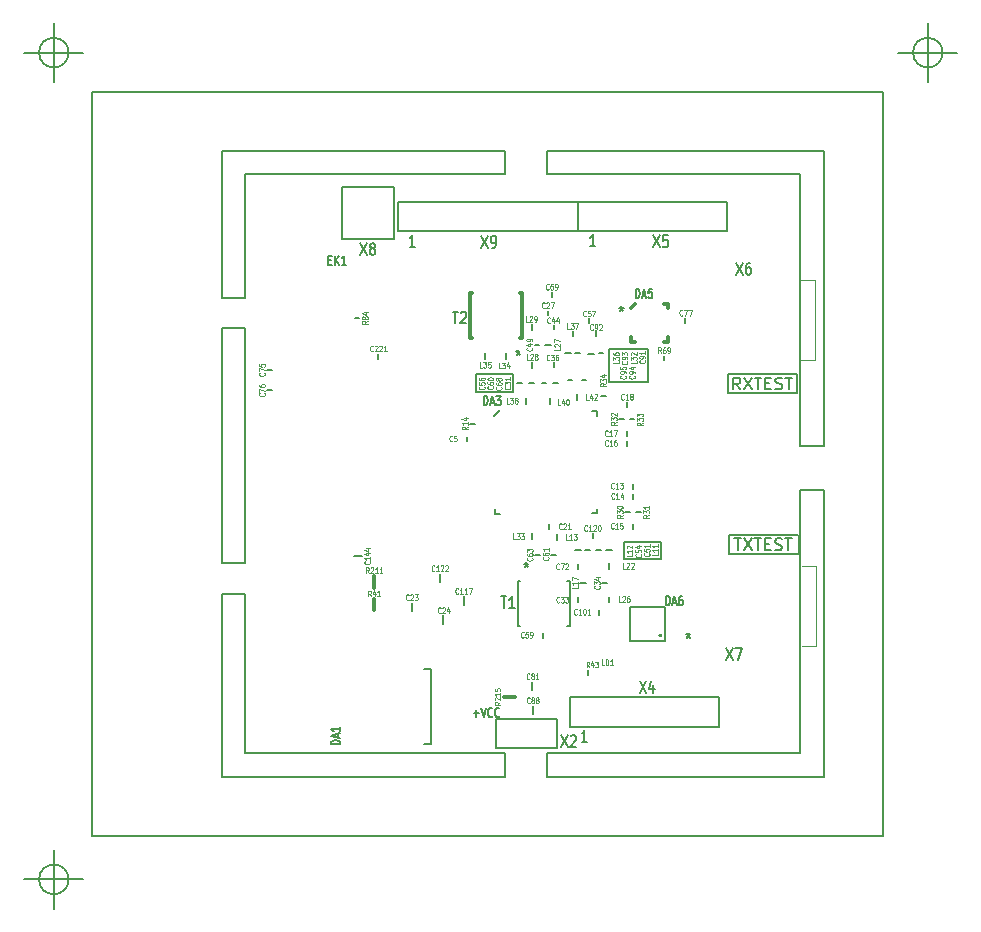
<source format=gto>
G04 (created by PCBNEW-RS274X (2012-08-04 BZR 3667)-testing) date 10/19/2012 6:39:08 PM*
%MOIN*%
G04 Gerber Fmt 3.4, Leading zero omitted, Abs format*
%FSLAX34Y34*%
G01*
G70*
G90*
G04 APERTURE LIST*
%ADD10C,0.0017*%
%ADD11C,0.0077*%
%ADD12C,0.0059*%
%ADD13C,0.0078*%
%ADD14C,0.0079*%
%ADD15C,0.0117*%
%ADD16C,0.0039*%
%ADD17C,0.0097*%
%ADD18C,0.0069*%
G04 APERTURE END LIST*
G54D10*
G54D11*
X60335Y-43268D02*
X60335Y-42677D01*
X61575Y-43268D02*
X60335Y-43268D01*
X61575Y-42677D02*
X61575Y-43268D01*
X60334Y-42677D02*
X61574Y-42677D01*
X59843Y-37343D02*
X59843Y-36260D01*
X61142Y-37343D02*
X59843Y-37343D01*
X61142Y-36260D02*
X61142Y-37343D01*
X59842Y-36259D02*
X61142Y-36259D01*
X55413Y-37106D02*
X55433Y-37106D01*
X55412Y-37697D02*
X55412Y-37106D01*
X56634Y-37697D02*
X55413Y-37697D01*
X56634Y-37106D02*
X56634Y-37697D01*
X55413Y-37106D02*
X56634Y-37106D01*
G54D12*
X41831Y-53937D02*
G75*
G03X41831Y-53937I-492J0D01*
G74*
G01*
X40355Y-53937D02*
X42323Y-53937D01*
X41339Y-52953D02*
X41339Y-54921D01*
X70964Y-26378D02*
G75*
G03X70964Y-26378I-492J0D01*
G74*
G01*
X69488Y-26378D02*
X71456Y-26378D01*
X70472Y-25394D02*
X70472Y-27362D01*
X41831Y-26378D02*
G75*
G03X41831Y-26378I-492J0D01*
G74*
G01*
X40355Y-26378D02*
X42323Y-26378D01*
X41339Y-25394D02*
X41339Y-27362D01*
G54D11*
X66126Y-37091D02*
X66126Y-37736D01*
X63813Y-37092D02*
X63813Y-37732D01*
X42606Y-52483D02*
X42606Y-27680D01*
X68983Y-52483D02*
X42606Y-52483D01*
X68983Y-27680D02*
X68983Y-52483D01*
X42606Y-27680D02*
X68983Y-27680D01*
X66228Y-30437D02*
X66228Y-39492D01*
X57764Y-30437D02*
X66228Y-30437D01*
X57764Y-29650D02*
X57764Y-30437D01*
X67016Y-29650D02*
X57764Y-29650D01*
X67016Y-39492D02*
X67016Y-29650D01*
X66228Y-39492D02*
X67016Y-39492D01*
X57764Y-50515D02*
X57764Y-49728D01*
X67016Y-50515D02*
X57764Y-50515D01*
X67016Y-40948D02*
X67016Y-50515D01*
X66228Y-40948D02*
X67016Y-40948D01*
X66228Y-49728D02*
X66228Y-40948D01*
X57764Y-49728D02*
X66228Y-49728D01*
X46936Y-50515D02*
X46936Y-44413D01*
X56386Y-50515D02*
X46936Y-50515D01*
X56386Y-49728D02*
X56386Y-50515D01*
X47724Y-49728D02*
X56386Y-49728D01*
X47724Y-44413D02*
X47724Y-49728D01*
X46936Y-44413D02*
X47724Y-44413D01*
X46936Y-43390D02*
X46936Y-35555D01*
X47724Y-43390D02*
X46936Y-43390D01*
X47724Y-35555D02*
X47724Y-43390D01*
X46936Y-35555D02*
X47724Y-35555D01*
X47724Y-30437D02*
X47724Y-34570D01*
X46936Y-34570D02*
X47724Y-34570D01*
X46936Y-29648D02*
X46936Y-34570D01*
X46936Y-29648D02*
X56384Y-29648D01*
X56384Y-29648D02*
X56384Y-30437D01*
X47724Y-30437D02*
X56384Y-30437D01*
G54D13*
X63815Y-37091D02*
X66125Y-37091D01*
G54D14*
X64018Y-42572D02*
X64242Y-42572D01*
X64130Y-42964D02*
X64130Y-42572D01*
X64336Y-42572D02*
X64597Y-42964D01*
X64597Y-42572D02*
X64336Y-42964D01*
X64690Y-42572D02*
X64914Y-42572D01*
X64802Y-42964D02*
X64802Y-42572D01*
X65045Y-42758D02*
X65176Y-42758D01*
X65232Y-42964D02*
X65045Y-42964D01*
X65045Y-42572D01*
X65232Y-42572D01*
X65382Y-42945D02*
X65438Y-42964D01*
X65531Y-42964D01*
X65568Y-42945D01*
X65587Y-42926D01*
X65606Y-42889D01*
X65606Y-42852D01*
X65587Y-42814D01*
X65568Y-42796D01*
X65531Y-42777D01*
X65456Y-42758D01*
X65419Y-42740D01*
X65400Y-42721D01*
X65382Y-42684D01*
X65382Y-42646D01*
X65400Y-42609D01*
X65419Y-42590D01*
X65456Y-42572D01*
X65550Y-42572D01*
X65606Y-42590D01*
X65717Y-42572D02*
X65941Y-42572D01*
X65829Y-42964D02*
X65829Y-42572D01*
G54D13*
X63850Y-43075D02*
X66162Y-43075D01*
G54D11*
X63849Y-42447D02*
X63849Y-43075D01*
G54D13*
X63850Y-42449D02*
X66162Y-42449D01*
G54D11*
X66165Y-42447D02*
X66165Y-43075D01*
G54D13*
X63815Y-37737D02*
X66125Y-37737D01*
G54D14*
X64217Y-37607D02*
X64087Y-37420D01*
X63993Y-37607D02*
X63993Y-37215D01*
X64143Y-37215D01*
X64180Y-37233D01*
X64199Y-37252D01*
X64217Y-37289D01*
X64217Y-37345D01*
X64199Y-37383D01*
X64180Y-37401D01*
X64143Y-37420D01*
X63993Y-37420D01*
X64348Y-37215D02*
X64609Y-37607D01*
X64609Y-37215D02*
X64348Y-37607D01*
X64702Y-37215D02*
X64926Y-37215D01*
X64814Y-37607D02*
X64814Y-37215D01*
X65057Y-37401D02*
X65188Y-37401D01*
X65244Y-37607D02*
X65057Y-37607D01*
X65057Y-37215D01*
X65244Y-37215D01*
X65394Y-37588D02*
X65450Y-37607D01*
X65543Y-37607D01*
X65580Y-37588D01*
X65599Y-37569D01*
X65618Y-37532D01*
X65618Y-37495D01*
X65599Y-37457D01*
X65580Y-37439D01*
X65543Y-37420D01*
X65468Y-37401D01*
X65431Y-37383D01*
X65412Y-37364D01*
X65394Y-37327D01*
X65394Y-37289D01*
X65412Y-37252D01*
X65431Y-37233D01*
X65468Y-37215D01*
X65562Y-37215D01*
X65618Y-37233D01*
X65729Y-37215D02*
X65953Y-37215D01*
X65841Y-37607D02*
X65841Y-37215D01*
G54D15*
X56336Y-47858D02*
X56728Y-47858D01*
X52020Y-43840D02*
X52020Y-44232D01*
X52020Y-44576D02*
X52020Y-44968D01*
G54D11*
X51523Y-35221D02*
X51367Y-35221D01*
X61685Y-36637D02*
X61685Y-36481D01*
X60383Y-41705D02*
X60539Y-41705D01*
X55377Y-38744D02*
X55221Y-38744D01*
X60905Y-41689D02*
X60749Y-41689D01*
X60540Y-38599D02*
X60696Y-38599D01*
X60342Y-38587D02*
X60186Y-38587D01*
X59587Y-37839D02*
X59743Y-37839D01*
X58701Y-42963D02*
X58897Y-42963D01*
X57923Y-36122D02*
X57727Y-36122D01*
X59745Y-42953D02*
X59941Y-42953D01*
X58630Y-35838D02*
X58630Y-35642D01*
X57272Y-36885D02*
X57272Y-36689D01*
X58374Y-36398D02*
X58570Y-36398D01*
X57264Y-35610D02*
X57264Y-35414D01*
X58787Y-37968D02*
X58787Y-37772D01*
X59350Y-36417D02*
X59154Y-36417D01*
X58126Y-42618D02*
X58126Y-42422D01*
X57293Y-42402D02*
X57293Y-42598D01*
X59862Y-44508D02*
X59862Y-44704D01*
X58878Y-44055D02*
X59074Y-44055D01*
X59862Y-43386D02*
X59862Y-43582D01*
X57067Y-38082D02*
X57067Y-37886D01*
X56398Y-36598D02*
X56398Y-36402D01*
X55720Y-36398D02*
X55720Y-36594D01*
X57874Y-38090D02*
X57874Y-37894D01*
X57293Y-47363D02*
X57293Y-47637D01*
X57303Y-48147D02*
X57303Y-48421D01*
X54327Y-45413D02*
X54327Y-45139D01*
X51332Y-43158D02*
X51606Y-43158D01*
X53272Y-44714D02*
X53272Y-44988D01*
X55000Y-44775D02*
X55000Y-44501D01*
X54205Y-43745D02*
X54205Y-44019D01*
X59193Y-35227D02*
X59193Y-35383D01*
X59504Y-44953D02*
X59504Y-45109D01*
X58799Y-44684D02*
X58799Y-44528D01*
X59771Y-44055D02*
X59615Y-44055D01*
X58799Y-43582D02*
X58799Y-43426D01*
X59202Y-42953D02*
X59046Y-42953D01*
X59566Y-42953D02*
X59410Y-42953D01*
X59307Y-42399D02*
X59307Y-42555D01*
X59499Y-36407D02*
X59655Y-36407D01*
X57646Y-45721D02*
X57646Y-45877D01*
X57799Y-34981D02*
X57799Y-35137D01*
X58082Y-43110D02*
X57926Y-43110D01*
X57539Y-43110D02*
X57383Y-43110D01*
X57844Y-42087D02*
X57844Y-42243D01*
X58934Y-37303D02*
X59090Y-37303D01*
X59425Y-35666D02*
X59425Y-35822D01*
X58721Y-36398D02*
X58877Y-36398D01*
X57363Y-36112D02*
X57519Y-36112D01*
X52153Y-36418D02*
X52153Y-36574D01*
X58002Y-35444D02*
X58002Y-35600D01*
X57993Y-37402D02*
X58149Y-37402D01*
X57599Y-37402D02*
X57755Y-37402D01*
X57182Y-37398D02*
X57338Y-37398D01*
X58002Y-36703D02*
X58002Y-36859D01*
X57941Y-34355D02*
X57941Y-34511D01*
X56796Y-37390D02*
X56952Y-37390D01*
X58469Y-37303D02*
X58625Y-37303D01*
X62394Y-35221D02*
X62394Y-35377D01*
X48454Y-36953D02*
X48610Y-36953D01*
X48610Y-37634D02*
X48454Y-37634D01*
X60441Y-38032D02*
X60441Y-38188D01*
X60445Y-39005D02*
X60445Y-39161D01*
X60441Y-39328D02*
X60441Y-39484D01*
X60650Y-40753D02*
X60650Y-40909D01*
X60638Y-42095D02*
X60638Y-42251D01*
X55106Y-39330D02*
X55106Y-39174D01*
X60658Y-41095D02*
X60658Y-41251D01*
X53688Y-46914D02*
X53923Y-46914D01*
X53923Y-46914D02*
X53923Y-49432D01*
X53688Y-49432D02*
X53923Y-49432D01*
X59162Y-47129D02*
X59162Y-46973D01*
G54D16*
X66736Y-43476D02*
X66736Y-46154D01*
X66736Y-46154D02*
X66263Y-46154D01*
X66263Y-43476D02*
X66735Y-43476D01*
X66720Y-33959D02*
X66720Y-36637D01*
X66720Y-36637D02*
X66247Y-36637D01*
X66247Y-33959D02*
X66719Y-33959D01*
G54D13*
X50935Y-30853D02*
X52663Y-30853D01*
X52663Y-30853D02*
X52663Y-32581D01*
X50935Y-32581D02*
X52663Y-32581D01*
X50935Y-30853D02*
X50935Y-32581D01*
X52815Y-31342D02*
X52815Y-32326D01*
X52815Y-31342D02*
X58799Y-31342D01*
X58799Y-31342D02*
X58799Y-32326D01*
X52815Y-32326D02*
X58799Y-32326D01*
X58106Y-49551D02*
X58106Y-48607D01*
X58106Y-49551D02*
X56072Y-49551D01*
X56072Y-49551D02*
X56072Y-48607D01*
X58106Y-48607D02*
X56072Y-48607D01*
G54D15*
X61557Y-45802D02*
G75*
G03X61557Y-45802I-8J0D01*
G74*
G01*
G54D14*
X61709Y-45986D02*
X61709Y-44846D01*
X61709Y-44846D02*
X60531Y-44846D01*
X60531Y-44846D02*
X60531Y-45986D01*
X60531Y-45986D02*
X61709Y-45986D01*
G54D13*
X56808Y-45481D02*
X56870Y-45481D01*
X56870Y-43981D02*
X56808Y-43981D01*
X58540Y-43981D02*
X58462Y-43981D01*
X58540Y-43981D02*
X58540Y-45481D01*
X58540Y-45481D02*
X58462Y-45481D01*
X56808Y-43981D02*
X56808Y-45481D01*
G54D15*
X61829Y-34750D02*
X61829Y-34887D01*
X61829Y-34750D02*
X61692Y-34750D01*
X61692Y-36008D02*
X61829Y-36008D01*
X61829Y-36008D02*
X61829Y-35871D01*
X60571Y-35871D02*
X60571Y-36008D01*
X60708Y-36008D02*
X60571Y-36008D01*
X60708Y-34750D02*
X60571Y-34887D01*
X56936Y-34374D02*
X56874Y-34374D01*
X56874Y-35874D02*
X56936Y-35874D01*
X55202Y-35874D02*
X55280Y-35874D01*
X55202Y-35874D02*
X55202Y-34374D01*
X55202Y-34374D02*
X55280Y-34374D01*
X56936Y-35874D02*
X56936Y-34374D01*
G54D13*
X56051Y-41580D02*
X56051Y-41742D01*
X56051Y-41742D02*
X56208Y-41742D01*
X59446Y-41739D02*
X59290Y-41739D01*
X59446Y-41577D02*
X59446Y-41739D01*
X59278Y-38330D02*
X59441Y-38330D01*
X59441Y-38330D02*
X59441Y-38487D01*
X56012Y-38502D02*
X56223Y-38291D01*
X58822Y-31342D02*
X58822Y-32326D01*
X58822Y-31342D02*
X63782Y-31342D01*
X63782Y-31342D02*
X63782Y-32326D01*
X58822Y-32326D02*
X63782Y-32326D01*
X58551Y-47858D02*
X58551Y-48842D01*
X58551Y-47858D02*
X63511Y-47858D01*
X63511Y-47858D02*
X63511Y-48842D01*
X58551Y-48842D02*
X63511Y-48842D01*
G54D17*
G54D16*
X56228Y-48023D02*
X56136Y-48075D01*
X56228Y-48113D02*
X56033Y-48113D01*
X56033Y-48053D01*
X56043Y-48038D01*
X56052Y-48030D01*
X56071Y-48023D01*
X56098Y-48023D01*
X56117Y-48030D01*
X56126Y-48038D01*
X56136Y-48053D01*
X56136Y-48113D01*
X56052Y-47963D02*
X56043Y-47956D01*
X56033Y-47941D01*
X56033Y-47903D01*
X56043Y-47888D01*
X56052Y-47881D01*
X56071Y-47873D01*
X56089Y-47873D01*
X56117Y-47881D01*
X56228Y-47971D01*
X56228Y-47873D01*
X56228Y-47723D02*
X56228Y-47813D01*
X56228Y-47768D02*
X56033Y-47768D01*
X56061Y-47783D01*
X56080Y-47798D01*
X56089Y-47813D01*
X56033Y-47581D02*
X56033Y-47656D01*
X56126Y-47663D01*
X56117Y-47656D01*
X56108Y-47641D01*
X56108Y-47603D01*
X56117Y-47588D01*
X56126Y-47581D01*
X56145Y-47573D01*
X56191Y-47573D01*
X56210Y-47581D01*
X56219Y-47588D01*
X56228Y-47603D01*
X56228Y-47641D01*
X56219Y-47656D01*
X56210Y-47663D01*
X51844Y-43728D02*
X51792Y-43636D01*
X51754Y-43728D02*
X51754Y-43533D01*
X51814Y-43533D01*
X51829Y-43543D01*
X51837Y-43552D01*
X51844Y-43571D01*
X51844Y-43598D01*
X51837Y-43617D01*
X51829Y-43626D01*
X51814Y-43636D01*
X51754Y-43636D01*
X51904Y-43552D02*
X51911Y-43543D01*
X51926Y-43533D01*
X51964Y-43533D01*
X51979Y-43543D01*
X51986Y-43552D01*
X51994Y-43571D01*
X51994Y-43589D01*
X51986Y-43617D01*
X51896Y-43728D01*
X51994Y-43728D01*
X52144Y-43728D02*
X52054Y-43728D01*
X52099Y-43728D02*
X52099Y-43533D01*
X52084Y-43561D01*
X52069Y-43580D01*
X52054Y-43589D01*
X52294Y-43728D02*
X52204Y-43728D01*
X52249Y-43728D02*
X52249Y-43533D01*
X52234Y-43561D01*
X52219Y-43580D01*
X52204Y-43589D01*
X51919Y-44503D02*
X51867Y-44411D01*
X51829Y-44503D02*
X51829Y-44308D01*
X51889Y-44308D01*
X51904Y-44318D01*
X51912Y-44327D01*
X51919Y-44346D01*
X51919Y-44373D01*
X51912Y-44392D01*
X51904Y-44401D01*
X51889Y-44411D01*
X51829Y-44411D01*
X52054Y-44373D02*
X52054Y-44503D01*
X52016Y-44299D02*
X51979Y-44438D01*
X52076Y-44438D01*
X52219Y-44503D02*
X52129Y-44503D01*
X52174Y-44503D02*
X52174Y-44308D01*
X52159Y-44336D01*
X52144Y-44355D01*
X52129Y-44364D01*
X51810Y-35318D02*
X51718Y-35370D01*
X51810Y-35408D02*
X51615Y-35408D01*
X51615Y-35348D01*
X51625Y-35333D01*
X51634Y-35325D01*
X51653Y-35318D01*
X51680Y-35318D01*
X51699Y-35325D01*
X51708Y-35333D01*
X51718Y-35348D01*
X51718Y-35408D01*
X51699Y-35228D02*
X51690Y-35243D01*
X51680Y-35251D01*
X51662Y-35258D01*
X51653Y-35258D01*
X51634Y-35251D01*
X51625Y-35243D01*
X51615Y-35228D01*
X51615Y-35198D01*
X51625Y-35183D01*
X51634Y-35176D01*
X51653Y-35168D01*
X51662Y-35168D01*
X51680Y-35176D01*
X51690Y-35183D01*
X51699Y-35198D01*
X51699Y-35228D01*
X51708Y-35243D01*
X51718Y-35251D01*
X51736Y-35258D01*
X51773Y-35258D01*
X51792Y-35251D01*
X51801Y-35243D01*
X51810Y-35228D01*
X51810Y-35198D01*
X51801Y-35183D01*
X51792Y-35176D01*
X51773Y-35168D01*
X51736Y-35168D01*
X51718Y-35176D01*
X51708Y-35183D01*
X51699Y-35198D01*
X51680Y-35033D02*
X51810Y-35033D01*
X51606Y-35071D02*
X51745Y-35108D01*
X51745Y-35011D01*
X61584Y-36397D02*
X61532Y-36305D01*
X61494Y-36397D02*
X61494Y-36202D01*
X61554Y-36202D01*
X61569Y-36212D01*
X61577Y-36221D01*
X61584Y-36240D01*
X61584Y-36267D01*
X61577Y-36286D01*
X61569Y-36295D01*
X61554Y-36305D01*
X61494Y-36305D01*
X61719Y-36202D02*
X61689Y-36202D01*
X61674Y-36212D01*
X61666Y-36221D01*
X61651Y-36249D01*
X61644Y-36286D01*
X61644Y-36360D01*
X61651Y-36379D01*
X61659Y-36388D01*
X61674Y-36397D01*
X61704Y-36397D01*
X61719Y-36388D01*
X61726Y-36379D01*
X61734Y-36360D01*
X61734Y-36314D01*
X61726Y-36295D01*
X61719Y-36286D01*
X61704Y-36277D01*
X61674Y-36277D01*
X61659Y-36286D01*
X61651Y-36295D01*
X61644Y-36314D01*
X61809Y-36397D02*
X61839Y-36397D01*
X61854Y-36388D01*
X61861Y-36379D01*
X61876Y-36351D01*
X61884Y-36314D01*
X61884Y-36240D01*
X61876Y-36221D01*
X61869Y-36212D01*
X61854Y-36202D01*
X61824Y-36202D01*
X61809Y-36212D01*
X61801Y-36221D01*
X61794Y-36240D01*
X61794Y-36286D01*
X61801Y-36305D01*
X61809Y-36314D01*
X61824Y-36323D01*
X61854Y-36323D01*
X61869Y-36314D01*
X61876Y-36305D01*
X61884Y-36286D01*
X60303Y-41790D02*
X60211Y-41842D01*
X60303Y-41880D02*
X60108Y-41880D01*
X60108Y-41820D01*
X60118Y-41805D01*
X60127Y-41797D01*
X60146Y-41790D01*
X60173Y-41790D01*
X60192Y-41797D01*
X60201Y-41805D01*
X60211Y-41820D01*
X60211Y-41880D01*
X60108Y-41738D02*
X60108Y-41640D01*
X60183Y-41693D01*
X60183Y-41670D01*
X60192Y-41655D01*
X60201Y-41648D01*
X60220Y-41640D01*
X60266Y-41640D01*
X60285Y-41648D01*
X60294Y-41655D01*
X60303Y-41670D01*
X60303Y-41715D01*
X60294Y-41730D01*
X60285Y-41738D01*
X60108Y-41543D02*
X60108Y-41528D01*
X60118Y-41513D01*
X60127Y-41505D01*
X60146Y-41498D01*
X60183Y-41490D01*
X60229Y-41490D01*
X60266Y-41498D01*
X60285Y-41505D01*
X60294Y-41513D01*
X60303Y-41528D01*
X60303Y-41543D01*
X60294Y-41558D01*
X60285Y-41565D01*
X60266Y-41573D01*
X60229Y-41580D01*
X60183Y-41580D01*
X60146Y-41573D01*
X60127Y-41565D01*
X60118Y-41558D01*
X60108Y-41543D01*
X55133Y-38845D02*
X55041Y-38897D01*
X55133Y-38935D02*
X54938Y-38935D01*
X54938Y-38875D01*
X54948Y-38860D01*
X54957Y-38852D01*
X54976Y-38845D01*
X55003Y-38845D01*
X55022Y-38852D01*
X55031Y-38860D01*
X55041Y-38875D01*
X55041Y-38935D01*
X55133Y-38695D02*
X55133Y-38785D01*
X55133Y-38740D02*
X54938Y-38740D01*
X54966Y-38755D01*
X54985Y-38770D01*
X54994Y-38785D01*
X55003Y-38560D02*
X55133Y-38560D01*
X54929Y-38598D02*
X55068Y-38635D01*
X55068Y-38538D01*
X61184Y-41786D02*
X61092Y-41838D01*
X61184Y-41876D02*
X60989Y-41876D01*
X60989Y-41816D01*
X60999Y-41801D01*
X61008Y-41793D01*
X61027Y-41786D01*
X61054Y-41786D01*
X61073Y-41793D01*
X61082Y-41801D01*
X61092Y-41816D01*
X61092Y-41876D01*
X60989Y-41734D02*
X60989Y-41636D01*
X61064Y-41689D01*
X61064Y-41666D01*
X61073Y-41651D01*
X61082Y-41644D01*
X61101Y-41636D01*
X61147Y-41636D01*
X61166Y-41644D01*
X61175Y-41651D01*
X61184Y-41666D01*
X61184Y-41711D01*
X61175Y-41726D01*
X61166Y-41734D01*
X61184Y-41486D02*
X61184Y-41576D01*
X61184Y-41531D02*
X60989Y-41531D01*
X61017Y-41546D01*
X61036Y-41561D01*
X61045Y-41576D01*
X60972Y-38708D02*
X60880Y-38760D01*
X60972Y-38798D02*
X60777Y-38798D01*
X60777Y-38738D01*
X60787Y-38723D01*
X60796Y-38715D01*
X60815Y-38708D01*
X60842Y-38708D01*
X60861Y-38715D01*
X60870Y-38723D01*
X60880Y-38738D01*
X60880Y-38798D01*
X60777Y-38656D02*
X60777Y-38558D01*
X60852Y-38611D01*
X60852Y-38588D01*
X60861Y-38573D01*
X60870Y-38566D01*
X60889Y-38558D01*
X60935Y-38558D01*
X60954Y-38566D01*
X60963Y-38573D01*
X60972Y-38588D01*
X60972Y-38633D01*
X60963Y-38648D01*
X60954Y-38656D01*
X60777Y-38506D02*
X60777Y-38408D01*
X60852Y-38461D01*
X60852Y-38438D01*
X60861Y-38423D01*
X60870Y-38416D01*
X60889Y-38408D01*
X60935Y-38408D01*
X60954Y-38416D01*
X60963Y-38423D01*
X60972Y-38438D01*
X60972Y-38483D01*
X60963Y-38498D01*
X60954Y-38506D01*
X60106Y-38684D02*
X60014Y-38736D01*
X60106Y-38774D02*
X59911Y-38774D01*
X59911Y-38714D01*
X59921Y-38699D01*
X59930Y-38691D01*
X59949Y-38684D01*
X59976Y-38684D01*
X59995Y-38691D01*
X60004Y-38699D01*
X60014Y-38714D01*
X60014Y-38774D01*
X59911Y-38632D02*
X59911Y-38534D01*
X59986Y-38587D01*
X59986Y-38564D01*
X59995Y-38549D01*
X60004Y-38542D01*
X60023Y-38534D01*
X60069Y-38534D01*
X60088Y-38542D01*
X60097Y-38549D01*
X60106Y-38564D01*
X60106Y-38609D01*
X60097Y-38624D01*
X60088Y-38632D01*
X59930Y-38474D02*
X59921Y-38467D01*
X59911Y-38452D01*
X59911Y-38414D01*
X59921Y-38399D01*
X59930Y-38392D01*
X59949Y-38384D01*
X59967Y-38384D01*
X59995Y-38392D01*
X60106Y-38482D01*
X60106Y-38384D01*
X59751Y-37400D02*
X59659Y-37452D01*
X59751Y-37490D02*
X59556Y-37490D01*
X59556Y-37430D01*
X59566Y-37415D01*
X59575Y-37407D01*
X59594Y-37400D01*
X59621Y-37400D01*
X59640Y-37407D01*
X59649Y-37415D01*
X59659Y-37430D01*
X59659Y-37490D01*
X59556Y-37348D02*
X59556Y-37250D01*
X59631Y-37303D01*
X59631Y-37280D01*
X59640Y-37265D01*
X59649Y-37258D01*
X59668Y-37250D01*
X59714Y-37250D01*
X59733Y-37258D01*
X59742Y-37265D01*
X59751Y-37280D01*
X59751Y-37325D01*
X59742Y-37340D01*
X59733Y-37348D01*
X59621Y-37115D02*
X59751Y-37115D01*
X59547Y-37153D02*
X59686Y-37190D01*
X59686Y-37093D01*
X60629Y-43093D02*
X60629Y-43168D01*
X60434Y-43168D01*
X60629Y-42958D02*
X60629Y-43048D01*
X60629Y-43003D02*
X60434Y-43003D01*
X60462Y-43018D01*
X60481Y-43033D01*
X60490Y-43048D01*
X60453Y-42898D02*
X60444Y-42891D01*
X60434Y-42876D01*
X60434Y-42838D01*
X60444Y-42823D01*
X60453Y-42816D01*
X60472Y-42808D01*
X60490Y-42808D01*
X60518Y-42816D01*
X60629Y-42906D01*
X60629Y-42808D01*
X58216Y-36219D02*
X58216Y-36294D01*
X58021Y-36294D01*
X58040Y-36174D02*
X58031Y-36167D01*
X58021Y-36152D01*
X58021Y-36114D01*
X58031Y-36099D01*
X58040Y-36092D01*
X58059Y-36084D01*
X58077Y-36084D01*
X58105Y-36092D01*
X58216Y-36182D01*
X58216Y-36084D01*
X58021Y-36032D02*
X58021Y-35927D01*
X58216Y-35994D01*
X61476Y-43054D02*
X61476Y-43129D01*
X61281Y-43129D01*
X61476Y-42919D02*
X61476Y-43009D01*
X61476Y-42964D02*
X61281Y-42964D01*
X61309Y-42979D01*
X61328Y-42994D01*
X61337Y-43009D01*
X61476Y-42769D02*
X61476Y-42859D01*
X61476Y-42814D02*
X61281Y-42814D01*
X61309Y-42829D01*
X61328Y-42844D01*
X61337Y-42859D01*
X58537Y-35586D02*
X58462Y-35586D01*
X58462Y-35391D01*
X58574Y-35391D02*
X58672Y-35391D01*
X58619Y-35466D01*
X58642Y-35466D01*
X58657Y-35475D01*
X58664Y-35484D01*
X58672Y-35503D01*
X58672Y-35549D01*
X58664Y-35568D01*
X58657Y-35577D01*
X58642Y-35586D01*
X58597Y-35586D01*
X58582Y-35577D01*
X58574Y-35568D01*
X58724Y-35391D02*
X58829Y-35391D01*
X58762Y-35586D01*
X57179Y-36617D02*
X57104Y-36617D01*
X57104Y-36422D01*
X57224Y-36441D02*
X57231Y-36432D01*
X57246Y-36422D01*
X57284Y-36422D01*
X57299Y-36432D01*
X57306Y-36441D01*
X57314Y-36460D01*
X57314Y-36478D01*
X57306Y-36506D01*
X57216Y-36617D01*
X57314Y-36617D01*
X57404Y-36506D02*
X57389Y-36497D01*
X57381Y-36487D01*
X57374Y-36469D01*
X57374Y-36460D01*
X57381Y-36441D01*
X57389Y-36432D01*
X57404Y-36422D01*
X57434Y-36422D01*
X57449Y-36432D01*
X57456Y-36441D01*
X57464Y-36460D01*
X57464Y-36469D01*
X57456Y-36487D01*
X57449Y-36497D01*
X57434Y-36506D01*
X57404Y-36506D01*
X57389Y-36515D01*
X57381Y-36525D01*
X57374Y-36543D01*
X57374Y-36580D01*
X57381Y-36599D01*
X57389Y-36608D01*
X57404Y-36617D01*
X57434Y-36617D01*
X57449Y-36608D01*
X57456Y-36599D01*
X57464Y-36580D01*
X57464Y-36543D01*
X57456Y-36525D01*
X57449Y-36515D01*
X57434Y-36506D01*
X60176Y-36656D02*
X60176Y-36731D01*
X59981Y-36731D01*
X59981Y-36619D02*
X59981Y-36521D01*
X60056Y-36574D01*
X60056Y-36551D01*
X60065Y-36536D01*
X60074Y-36529D01*
X60093Y-36521D01*
X60139Y-36521D01*
X60158Y-36529D01*
X60167Y-36536D01*
X60176Y-36551D01*
X60176Y-36596D01*
X60167Y-36611D01*
X60158Y-36619D01*
X59981Y-36386D02*
X59981Y-36416D01*
X59991Y-36431D01*
X60000Y-36439D01*
X60028Y-36454D01*
X60065Y-36461D01*
X60139Y-36461D01*
X60158Y-36454D01*
X60167Y-36446D01*
X60176Y-36431D01*
X60176Y-36401D01*
X60167Y-36386D01*
X60158Y-36379D01*
X60139Y-36371D01*
X60093Y-36371D01*
X60074Y-36379D01*
X60065Y-36386D01*
X60056Y-36401D01*
X60056Y-36431D01*
X60065Y-36446D01*
X60074Y-36454D01*
X60093Y-36461D01*
X57155Y-35350D02*
X57080Y-35350D01*
X57080Y-35155D01*
X57200Y-35174D02*
X57207Y-35165D01*
X57222Y-35155D01*
X57260Y-35155D01*
X57275Y-35165D01*
X57282Y-35174D01*
X57290Y-35193D01*
X57290Y-35211D01*
X57282Y-35239D01*
X57192Y-35350D01*
X57290Y-35350D01*
X57365Y-35350D02*
X57395Y-35350D01*
X57410Y-35341D01*
X57417Y-35332D01*
X57432Y-35304D01*
X57440Y-35267D01*
X57440Y-35193D01*
X57432Y-35174D01*
X57425Y-35165D01*
X57410Y-35155D01*
X57380Y-35155D01*
X57365Y-35165D01*
X57357Y-35174D01*
X57350Y-35193D01*
X57350Y-35239D01*
X57357Y-35258D01*
X57365Y-35267D01*
X57380Y-35276D01*
X57410Y-35276D01*
X57425Y-35267D01*
X57432Y-35258D01*
X57440Y-35239D01*
X59171Y-37948D02*
X59096Y-37948D01*
X59096Y-37753D01*
X59291Y-37818D02*
X59291Y-37948D01*
X59253Y-37744D02*
X59216Y-37883D01*
X59313Y-37883D01*
X59366Y-37772D02*
X59373Y-37763D01*
X59388Y-37753D01*
X59426Y-37753D01*
X59441Y-37763D01*
X59448Y-37772D01*
X59456Y-37791D01*
X59456Y-37809D01*
X59448Y-37837D01*
X59358Y-37948D01*
X59456Y-37948D01*
X60767Y-36656D02*
X60767Y-36731D01*
X60572Y-36731D01*
X60572Y-36619D02*
X60572Y-36521D01*
X60647Y-36574D01*
X60647Y-36551D01*
X60656Y-36536D01*
X60665Y-36529D01*
X60684Y-36521D01*
X60730Y-36521D01*
X60749Y-36529D01*
X60758Y-36536D01*
X60767Y-36551D01*
X60767Y-36596D01*
X60758Y-36611D01*
X60749Y-36619D01*
X60591Y-36461D02*
X60582Y-36454D01*
X60572Y-36439D01*
X60572Y-36401D01*
X60582Y-36386D01*
X60591Y-36379D01*
X60610Y-36371D01*
X60628Y-36371D01*
X60656Y-36379D01*
X60767Y-36469D01*
X60767Y-36371D01*
X58482Y-42617D02*
X58407Y-42617D01*
X58407Y-42422D01*
X58617Y-42617D02*
X58527Y-42617D01*
X58572Y-42617D02*
X58572Y-42422D01*
X58557Y-42450D01*
X58542Y-42469D01*
X58527Y-42478D01*
X58669Y-42422D02*
X58767Y-42422D01*
X58714Y-42497D01*
X58737Y-42497D01*
X58752Y-42506D01*
X58759Y-42515D01*
X58767Y-42534D01*
X58767Y-42580D01*
X58759Y-42599D01*
X58752Y-42608D01*
X58737Y-42617D01*
X58692Y-42617D01*
X58677Y-42608D01*
X58669Y-42599D01*
X56730Y-42598D02*
X56655Y-42598D01*
X56655Y-42403D01*
X56767Y-42403D02*
X56865Y-42403D01*
X56812Y-42478D01*
X56835Y-42478D01*
X56850Y-42487D01*
X56857Y-42496D01*
X56865Y-42515D01*
X56865Y-42561D01*
X56857Y-42580D01*
X56850Y-42589D01*
X56835Y-42598D01*
X56790Y-42598D01*
X56775Y-42589D01*
X56767Y-42580D01*
X56917Y-42403D02*
X57015Y-42403D01*
X56962Y-42478D01*
X56985Y-42478D01*
X57000Y-42487D01*
X57007Y-42496D01*
X57015Y-42515D01*
X57015Y-42561D01*
X57007Y-42580D01*
X57000Y-42589D01*
X56985Y-42598D01*
X56940Y-42598D01*
X56925Y-42589D01*
X56917Y-42580D01*
X60245Y-44688D02*
X60170Y-44688D01*
X60170Y-44493D01*
X60290Y-44512D02*
X60297Y-44503D01*
X60312Y-44493D01*
X60350Y-44493D01*
X60365Y-44503D01*
X60372Y-44512D01*
X60380Y-44531D01*
X60380Y-44549D01*
X60372Y-44577D01*
X60282Y-44688D01*
X60380Y-44688D01*
X60515Y-44493D02*
X60485Y-44493D01*
X60470Y-44503D01*
X60462Y-44512D01*
X60447Y-44540D01*
X60440Y-44577D01*
X60440Y-44651D01*
X60447Y-44670D01*
X60455Y-44679D01*
X60470Y-44688D01*
X60500Y-44688D01*
X60515Y-44679D01*
X60522Y-44670D01*
X60530Y-44651D01*
X60530Y-44605D01*
X60522Y-44586D01*
X60515Y-44577D01*
X60500Y-44568D01*
X60470Y-44568D01*
X60455Y-44577D01*
X60447Y-44586D01*
X60440Y-44605D01*
X58798Y-44156D02*
X58798Y-44231D01*
X58603Y-44231D01*
X58798Y-44021D02*
X58798Y-44111D01*
X58798Y-44066D02*
X58603Y-44066D01*
X58631Y-44081D01*
X58650Y-44096D01*
X58659Y-44111D01*
X58603Y-43969D02*
X58603Y-43864D01*
X58798Y-43931D01*
X60391Y-43582D02*
X60316Y-43582D01*
X60316Y-43387D01*
X60436Y-43406D02*
X60443Y-43397D01*
X60458Y-43387D01*
X60496Y-43387D01*
X60511Y-43397D01*
X60518Y-43406D01*
X60526Y-43425D01*
X60526Y-43443D01*
X60518Y-43471D01*
X60428Y-43582D01*
X60526Y-43582D01*
X60586Y-43406D02*
X60593Y-43397D01*
X60608Y-43387D01*
X60646Y-43387D01*
X60661Y-43397D01*
X60668Y-43406D01*
X60676Y-43425D01*
X60676Y-43443D01*
X60668Y-43471D01*
X60578Y-43582D01*
X60676Y-43582D01*
X56513Y-38074D02*
X56438Y-38074D01*
X56438Y-37879D01*
X56550Y-37879D02*
X56648Y-37879D01*
X56595Y-37954D01*
X56618Y-37954D01*
X56633Y-37963D01*
X56640Y-37972D01*
X56648Y-37991D01*
X56648Y-38037D01*
X56640Y-38056D01*
X56633Y-38065D01*
X56618Y-38074D01*
X56573Y-38074D01*
X56558Y-38065D01*
X56550Y-38056D01*
X56738Y-37963D02*
X56723Y-37954D01*
X56715Y-37944D01*
X56708Y-37926D01*
X56708Y-37917D01*
X56715Y-37898D01*
X56723Y-37889D01*
X56738Y-37879D01*
X56768Y-37879D01*
X56783Y-37889D01*
X56790Y-37898D01*
X56798Y-37917D01*
X56798Y-37926D01*
X56790Y-37944D01*
X56783Y-37954D01*
X56768Y-37963D01*
X56738Y-37963D01*
X56723Y-37972D01*
X56715Y-37982D01*
X56708Y-38000D01*
X56708Y-38037D01*
X56715Y-38056D01*
X56723Y-38065D01*
X56738Y-38074D01*
X56768Y-38074D01*
X56783Y-38065D01*
X56790Y-38056D01*
X56798Y-38037D01*
X56798Y-38000D01*
X56790Y-37982D01*
X56783Y-37972D01*
X56768Y-37963D01*
X56242Y-36905D02*
X56167Y-36905D01*
X56167Y-36710D01*
X56279Y-36710D02*
X56377Y-36710D01*
X56324Y-36785D01*
X56347Y-36785D01*
X56362Y-36794D01*
X56369Y-36803D01*
X56377Y-36822D01*
X56377Y-36868D01*
X56369Y-36887D01*
X56362Y-36896D01*
X56347Y-36905D01*
X56302Y-36905D01*
X56287Y-36896D01*
X56279Y-36887D01*
X56512Y-36775D02*
X56512Y-36905D01*
X56474Y-36701D02*
X56437Y-36840D01*
X56534Y-36840D01*
X55623Y-36881D02*
X55548Y-36881D01*
X55548Y-36686D01*
X55660Y-36686D02*
X55758Y-36686D01*
X55705Y-36761D01*
X55728Y-36761D01*
X55743Y-36770D01*
X55750Y-36779D01*
X55758Y-36798D01*
X55758Y-36844D01*
X55750Y-36863D01*
X55743Y-36872D01*
X55728Y-36881D01*
X55683Y-36881D01*
X55668Y-36872D01*
X55660Y-36863D01*
X55900Y-36686D02*
X55825Y-36686D01*
X55818Y-36779D01*
X55825Y-36770D01*
X55840Y-36761D01*
X55878Y-36761D01*
X55893Y-36770D01*
X55900Y-36779D01*
X55908Y-36798D01*
X55908Y-36844D01*
X55900Y-36863D01*
X55893Y-36872D01*
X55878Y-36881D01*
X55840Y-36881D01*
X55825Y-36872D01*
X55818Y-36863D01*
X58226Y-38125D02*
X58151Y-38125D01*
X58151Y-37930D01*
X58346Y-37995D02*
X58346Y-38125D01*
X58308Y-37921D02*
X58271Y-38060D01*
X58368Y-38060D01*
X58458Y-37930D02*
X58473Y-37930D01*
X58488Y-37940D01*
X58496Y-37949D01*
X58503Y-37968D01*
X58511Y-38005D01*
X58511Y-38051D01*
X58503Y-38088D01*
X58496Y-38107D01*
X58488Y-38116D01*
X58473Y-38125D01*
X58458Y-38125D01*
X58443Y-38116D01*
X58436Y-38107D01*
X58428Y-38088D01*
X58421Y-38051D01*
X58421Y-38005D01*
X58428Y-37968D01*
X58436Y-37949D01*
X58443Y-37940D01*
X58458Y-37930D01*
X57196Y-47241D02*
X57189Y-47250D01*
X57166Y-47259D01*
X57151Y-47259D01*
X57129Y-47250D01*
X57114Y-47232D01*
X57106Y-47213D01*
X57099Y-47176D01*
X57099Y-47148D01*
X57106Y-47111D01*
X57114Y-47092D01*
X57129Y-47074D01*
X57151Y-47064D01*
X57166Y-47064D01*
X57189Y-47074D01*
X57196Y-47083D01*
X57286Y-47148D02*
X57271Y-47139D01*
X57263Y-47129D01*
X57256Y-47111D01*
X57256Y-47102D01*
X57263Y-47083D01*
X57271Y-47074D01*
X57286Y-47064D01*
X57316Y-47064D01*
X57331Y-47074D01*
X57338Y-47083D01*
X57346Y-47102D01*
X57346Y-47111D01*
X57338Y-47129D01*
X57331Y-47139D01*
X57316Y-47148D01*
X57286Y-47148D01*
X57271Y-47157D01*
X57263Y-47167D01*
X57256Y-47185D01*
X57256Y-47222D01*
X57263Y-47241D01*
X57271Y-47250D01*
X57286Y-47259D01*
X57316Y-47259D01*
X57331Y-47250D01*
X57338Y-47241D01*
X57346Y-47222D01*
X57346Y-47185D01*
X57338Y-47167D01*
X57331Y-47157D01*
X57316Y-47148D01*
X57496Y-47259D02*
X57406Y-47259D01*
X57451Y-47259D02*
X57451Y-47064D01*
X57436Y-47092D01*
X57421Y-47111D01*
X57406Y-47120D01*
X57198Y-48048D02*
X57191Y-48057D01*
X57168Y-48066D01*
X57153Y-48066D01*
X57131Y-48057D01*
X57116Y-48039D01*
X57108Y-48020D01*
X57101Y-47983D01*
X57101Y-47955D01*
X57108Y-47918D01*
X57116Y-47899D01*
X57131Y-47881D01*
X57153Y-47871D01*
X57168Y-47871D01*
X57191Y-47881D01*
X57198Y-47890D01*
X57288Y-47955D02*
X57273Y-47946D01*
X57265Y-47936D01*
X57258Y-47918D01*
X57258Y-47909D01*
X57265Y-47890D01*
X57273Y-47881D01*
X57288Y-47871D01*
X57318Y-47871D01*
X57333Y-47881D01*
X57340Y-47890D01*
X57348Y-47909D01*
X57348Y-47918D01*
X57340Y-47936D01*
X57333Y-47946D01*
X57318Y-47955D01*
X57288Y-47955D01*
X57273Y-47964D01*
X57265Y-47974D01*
X57258Y-47992D01*
X57258Y-48029D01*
X57265Y-48048D01*
X57273Y-48057D01*
X57288Y-48066D01*
X57318Y-48066D01*
X57333Y-48057D01*
X57340Y-48048D01*
X57348Y-48029D01*
X57348Y-47992D01*
X57340Y-47974D01*
X57333Y-47964D01*
X57318Y-47955D01*
X57438Y-47955D02*
X57423Y-47946D01*
X57415Y-47936D01*
X57408Y-47918D01*
X57408Y-47909D01*
X57415Y-47890D01*
X57423Y-47881D01*
X57438Y-47871D01*
X57468Y-47871D01*
X57483Y-47881D01*
X57490Y-47890D01*
X57498Y-47909D01*
X57498Y-47918D01*
X57490Y-47936D01*
X57483Y-47946D01*
X57468Y-47955D01*
X57438Y-47955D01*
X57423Y-47964D01*
X57415Y-47974D01*
X57408Y-47992D01*
X57408Y-48029D01*
X57415Y-48048D01*
X57423Y-48057D01*
X57438Y-48066D01*
X57468Y-48066D01*
X57483Y-48057D01*
X57490Y-48048D01*
X57498Y-48029D01*
X57498Y-47992D01*
X57490Y-47974D01*
X57483Y-47964D01*
X57468Y-47955D01*
X54234Y-45041D02*
X54227Y-45050D01*
X54204Y-45059D01*
X54189Y-45059D01*
X54167Y-45050D01*
X54152Y-45032D01*
X54144Y-45013D01*
X54137Y-44976D01*
X54137Y-44948D01*
X54144Y-44911D01*
X54152Y-44892D01*
X54167Y-44874D01*
X54189Y-44864D01*
X54204Y-44864D01*
X54227Y-44874D01*
X54234Y-44883D01*
X54294Y-44883D02*
X54301Y-44874D01*
X54316Y-44864D01*
X54354Y-44864D01*
X54369Y-44874D01*
X54376Y-44883D01*
X54384Y-44902D01*
X54384Y-44920D01*
X54376Y-44948D01*
X54286Y-45059D01*
X54384Y-45059D01*
X54519Y-44929D02*
X54519Y-45059D01*
X54481Y-44855D02*
X54444Y-44994D01*
X54541Y-44994D01*
X51867Y-43338D02*
X51876Y-43345D01*
X51885Y-43368D01*
X51885Y-43383D01*
X51876Y-43405D01*
X51858Y-43420D01*
X51839Y-43428D01*
X51802Y-43435D01*
X51774Y-43435D01*
X51737Y-43428D01*
X51718Y-43420D01*
X51700Y-43405D01*
X51690Y-43383D01*
X51690Y-43368D01*
X51700Y-43345D01*
X51709Y-43338D01*
X51885Y-43188D02*
X51885Y-43278D01*
X51885Y-43233D02*
X51690Y-43233D01*
X51718Y-43248D01*
X51737Y-43263D01*
X51746Y-43278D01*
X51755Y-43053D02*
X51885Y-43053D01*
X51681Y-43091D02*
X51820Y-43128D01*
X51820Y-43031D01*
X51755Y-42903D02*
X51885Y-42903D01*
X51681Y-42941D02*
X51820Y-42978D01*
X51820Y-42881D01*
X53167Y-44611D02*
X53160Y-44620D01*
X53137Y-44629D01*
X53122Y-44629D01*
X53100Y-44620D01*
X53085Y-44602D01*
X53077Y-44583D01*
X53070Y-44546D01*
X53070Y-44518D01*
X53077Y-44481D01*
X53085Y-44462D01*
X53100Y-44444D01*
X53122Y-44434D01*
X53137Y-44434D01*
X53160Y-44444D01*
X53167Y-44453D01*
X53227Y-44453D02*
X53234Y-44444D01*
X53249Y-44434D01*
X53287Y-44434D01*
X53302Y-44444D01*
X53309Y-44453D01*
X53317Y-44472D01*
X53317Y-44490D01*
X53309Y-44518D01*
X53219Y-44629D01*
X53317Y-44629D01*
X53369Y-44434D02*
X53467Y-44434D01*
X53414Y-44509D01*
X53437Y-44509D01*
X53452Y-44518D01*
X53459Y-44527D01*
X53467Y-44546D01*
X53467Y-44592D01*
X53459Y-44611D01*
X53452Y-44620D01*
X53437Y-44629D01*
X53392Y-44629D01*
X53377Y-44620D01*
X53369Y-44611D01*
X54824Y-44403D02*
X54817Y-44412D01*
X54794Y-44421D01*
X54779Y-44421D01*
X54757Y-44412D01*
X54742Y-44394D01*
X54734Y-44375D01*
X54727Y-44338D01*
X54727Y-44310D01*
X54734Y-44273D01*
X54742Y-44254D01*
X54757Y-44236D01*
X54779Y-44226D01*
X54794Y-44226D01*
X54817Y-44236D01*
X54824Y-44245D01*
X54974Y-44421D02*
X54884Y-44421D01*
X54929Y-44421D02*
X54929Y-44226D01*
X54914Y-44254D01*
X54899Y-44273D01*
X54884Y-44282D01*
X55124Y-44421D02*
X55034Y-44421D01*
X55079Y-44421D02*
X55079Y-44226D01*
X55064Y-44254D01*
X55049Y-44273D01*
X55034Y-44282D01*
X55176Y-44226D02*
X55281Y-44226D01*
X55214Y-44421D01*
X54029Y-43643D02*
X54022Y-43652D01*
X53999Y-43661D01*
X53984Y-43661D01*
X53962Y-43652D01*
X53947Y-43634D01*
X53939Y-43615D01*
X53932Y-43578D01*
X53932Y-43550D01*
X53939Y-43513D01*
X53947Y-43494D01*
X53962Y-43476D01*
X53984Y-43466D01*
X53999Y-43466D01*
X54022Y-43476D01*
X54029Y-43485D01*
X54179Y-43661D02*
X54089Y-43661D01*
X54134Y-43661D02*
X54134Y-43466D01*
X54119Y-43494D01*
X54104Y-43513D01*
X54089Y-43522D01*
X54239Y-43485D02*
X54246Y-43476D01*
X54261Y-43466D01*
X54299Y-43466D01*
X54314Y-43476D01*
X54321Y-43485D01*
X54329Y-43504D01*
X54329Y-43522D01*
X54321Y-43550D01*
X54231Y-43661D01*
X54329Y-43661D01*
X54389Y-43485D02*
X54396Y-43476D01*
X54411Y-43466D01*
X54449Y-43466D01*
X54464Y-43476D01*
X54471Y-43485D01*
X54479Y-43504D01*
X54479Y-43522D01*
X54471Y-43550D01*
X54381Y-43661D01*
X54479Y-43661D01*
X59084Y-35151D02*
X59077Y-35160D01*
X59054Y-35169D01*
X59039Y-35169D01*
X59017Y-35160D01*
X59002Y-35142D01*
X58994Y-35123D01*
X58987Y-35086D01*
X58987Y-35058D01*
X58994Y-35021D01*
X59002Y-35002D01*
X59017Y-34984D01*
X59039Y-34974D01*
X59054Y-34974D01*
X59077Y-34984D01*
X59084Y-34993D01*
X59226Y-34974D02*
X59151Y-34974D01*
X59144Y-35067D01*
X59151Y-35058D01*
X59166Y-35049D01*
X59204Y-35049D01*
X59219Y-35058D01*
X59226Y-35067D01*
X59234Y-35086D01*
X59234Y-35132D01*
X59226Y-35151D01*
X59219Y-35160D01*
X59204Y-35169D01*
X59166Y-35169D01*
X59151Y-35160D01*
X59144Y-35151D01*
X59286Y-34974D02*
X59391Y-34974D01*
X59324Y-35169D01*
X58773Y-45091D02*
X58766Y-45100D01*
X58743Y-45109D01*
X58728Y-45109D01*
X58706Y-45100D01*
X58691Y-45082D01*
X58683Y-45063D01*
X58676Y-45026D01*
X58676Y-44998D01*
X58683Y-44961D01*
X58691Y-44942D01*
X58706Y-44924D01*
X58728Y-44914D01*
X58743Y-44914D01*
X58766Y-44924D01*
X58773Y-44933D01*
X58923Y-45109D02*
X58833Y-45109D01*
X58878Y-45109D02*
X58878Y-44914D01*
X58863Y-44942D01*
X58848Y-44961D01*
X58833Y-44970D01*
X59020Y-44914D02*
X59035Y-44914D01*
X59050Y-44924D01*
X59058Y-44933D01*
X59065Y-44952D01*
X59073Y-44989D01*
X59073Y-45035D01*
X59065Y-45072D01*
X59058Y-45091D01*
X59050Y-45100D01*
X59035Y-45109D01*
X59020Y-45109D01*
X59005Y-45100D01*
X58998Y-45091D01*
X58990Y-45072D01*
X58983Y-45035D01*
X58983Y-44989D01*
X58990Y-44952D01*
X58998Y-44933D01*
X59005Y-44924D01*
X59020Y-44914D01*
X59223Y-45109D02*
X59133Y-45109D01*
X59178Y-45109D02*
X59178Y-44914D01*
X59163Y-44942D01*
X59148Y-44961D01*
X59133Y-44970D01*
X58190Y-44694D02*
X58183Y-44703D01*
X58160Y-44712D01*
X58145Y-44712D01*
X58123Y-44703D01*
X58108Y-44685D01*
X58100Y-44666D01*
X58093Y-44629D01*
X58093Y-44601D01*
X58100Y-44564D01*
X58108Y-44545D01*
X58123Y-44527D01*
X58145Y-44517D01*
X58160Y-44517D01*
X58183Y-44527D01*
X58190Y-44536D01*
X58242Y-44517D02*
X58340Y-44517D01*
X58287Y-44592D01*
X58310Y-44592D01*
X58325Y-44601D01*
X58332Y-44610D01*
X58340Y-44629D01*
X58340Y-44675D01*
X58332Y-44694D01*
X58325Y-44703D01*
X58310Y-44712D01*
X58265Y-44712D01*
X58250Y-44703D01*
X58242Y-44694D01*
X58392Y-44517D02*
X58490Y-44517D01*
X58437Y-44592D01*
X58460Y-44592D01*
X58475Y-44601D01*
X58482Y-44610D01*
X58490Y-44629D01*
X58490Y-44675D01*
X58482Y-44694D01*
X58475Y-44703D01*
X58460Y-44712D01*
X58415Y-44712D01*
X58400Y-44703D01*
X58392Y-44694D01*
X59529Y-44156D02*
X59538Y-44163D01*
X59547Y-44186D01*
X59547Y-44201D01*
X59538Y-44223D01*
X59520Y-44238D01*
X59501Y-44246D01*
X59464Y-44253D01*
X59436Y-44253D01*
X59399Y-44246D01*
X59380Y-44238D01*
X59362Y-44223D01*
X59352Y-44201D01*
X59352Y-44186D01*
X59362Y-44163D01*
X59371Y-44156D01*
X59352Y-44104D02*
X59352Y-44006D01*
X59427Y-44059D01*
X59427Y-44036D01*
X59436Y-44021D01*
X59445Y-44014D01*
X59464Y-44006D01*
X59510Y-44006D01*
X59529Y-44014D01*
X59538Y-44021D01*
X59547Y-44036D01*
X59547Y-44081D01*
X59538Y-44096D01*
X59529Y-44104D01*
X59417Y-43871D02*
X59547Y-43871D01*
X59343Y-43909D02*
X59482Y-43946D01*
X59482Y-43849D01*
X58186Y-43584D02*
X58179Y-43593D01*
X58156Y-43602D01*
X58141Y-43602D01*
X58119Y-43593D01*
X58104Y-43575D01*
X58096Y-43556D01*
X58089Y-43519D01*
X58089Y-43491D01*
X58096Y-43454D01*
X58104Y-43435D01*
X58119Y-43417D01*
X58141Y-43407D01*
X58156Y-43407D01*
X58179Y-43417D01*
X58186Y-43426D01*
X58238Y-43407D02*
X58343Y-43407D01*
X58276Y-43602D01*
X58396Y-43426D02*
X58403Y-43417D01*
X58418Y-43407D01*
X58456Y-43407D01*
X58471Y-43417D01*
X58478Y-43426D01*
X58486Y-43445D01*
X58486Y-43463D01*
X58478Y-43491D01*
X58388Y-43602D01*
X58486Y-43602D01*
X60906Y-43093D02*
X60915Y-43100D01*
X60924Y-43123D01*
X60924Y-43138D01*
X60915Y-43160D01*
X60897Y-43175D01*
X60878Y-43183D01*
X60841Y-43190D01*
X60813Y-43190D01*
X60776Y-43183D01*
X60757Y-43175D01*
X60739Y-43160D01*
X60729Y-43138D01*
X60729Y-43123D01*
X60739Y-43100D01*
X60748Y-43093D01*
X60729Y-42951D02*
X60729Y-43026D01*
X60822Y-43033D01*
X60813Y-43026D01*
X60804Y-43011D01*
X60804Y-42973D01*
X60813Y-42958D01*
X60822Y-42951D01*
X60841Y-42943D01*
X60887Y-42943D01*
X60906Y-42951D01*
X60915Y-42958D01*
X60924Y-42973D01*
X60924Y-43011D01*
X60915Y-43026D01*
X60906Y-43033D01*
X60794Y-42808D02*
X60924Y-42808D01*
X60720Y-42846D02*
X60859Y-42883D01*
X60859Y-42786D01*
X61182Y-43073D02*
X61191Y-43080D01*
X61200Y-43103D01*
X61200Y-43118D01*
X61191Y-43140D01*
X61173Y-43155D01*
X61154Y-43163D01*
X61117Y-43170D01*
X61089Y-43170D01*
X61052Y-43163D01*
X61033Y-43155D01*
X61015Y-43140D01*
X61005Y-43118D01*
X61005Y-43103D01*
X61015Y-43080D01*
X61024Y-43073D01*
X61005Y-42931D02*
X61005Y-43006D01*
X61098Y-43013D01*
X61089Y-43006D01*
X61080Y-42991D01*
X61080Y-42953D01*
X61089Y-42938D01*
X61098Y-42931D01*
X61117Y-42923D01*
X61163Y-42923D01*
X61182Y-42931D01*
X61191Y-42938D01*
X61200Y-42953D01*
X61200Y-42991D01*
X61191Y-43006D01*
X61182Y-43013D01*
X61200Y-42773D02*
X61200Y-42863D01*
X61200Y-42818D02*
X61005Y-42818D01*
X61033Y-42833D01*
X61052Y-42848D01*
X61061Y-42863D01*
X59115Y-42304D02*
X59108Y-42313D01*
X59085Y-42322D01*
X59070Y-42322D01*
X59048Y-42313D01*
X59033Y-42295D01*
X59025Y-42276D01*
X59018Y-42239D01*
X59018Y-42211D01*
X59025Y-42174D01*
X59033Y-42155D01*
X59048Y-42137D01*
X59070Y-42127D01*
X59085Y-42127D01*
X59108Y-42137D01*
X59115Y-42146D01*
X59265Y-42322D02*
X59175Y-42322D01*
X59220Y-42322D02*
X59220Y-42127D01*
X59205Y-42155D01*
X59190Y-42174D01*
X59175Y-42183D01*
X59325Y-42146D02*
X59332Y-42137D01*
X59347Y-42127D01*
X59385Y-42127D01*
X59400Y-42137D01*
X59407Y-42146D01*
X59415Y-42165D01*
X59415Y-42183D01*
X59407Y-42211D01*
X59317Y-42322D01*
X59415Y-42322D01*
X59512Y-42127D02*
X59527Y-42127D01*
X59542Y-42137D01*
X59550Y-42146D01*
X59557Y-42165D01*
X59565Y-42202D01*
X59565Y-42248D01*
X59557Y-42285D01*
X59550Y-42304D01*
X59542Y-42313D01*
X59527Y-42322D01*
X59512Y-42322D01*
X59497Y-42313D01*
X59490Y-42304D01*
X59482Y-42285D01*
X59475Y-42248D01*
X59475Y-42202D01*
X59482Y-42165D01*
X59490Y-42146D01*
X59497Y-42137D01*
X59512Y-42127D01*
X61036Y-36636D02*
X61045Y-36643D01*
X61054Y-36666D01*
X61054Y-36681D01*
X61045Y-36703D01*
X61027Y-36718D01*
X61008Y-36726D01*
X60971Y-36733D01*
X60943Y-36733D01*
X60906Y-36726D01*
X60887Y-36718D01*
X60869Y-36703D01*
X60859Y-36681D01*
X60859Y-36666D01*
X60869Y-36643D01*
X60878Y-36636D01*
X61054Y-36561D02*
X61054Y-36531D01*
X61045Y-36516D01*
X61036Y-36509D01*
X61008Y-36494D01*
X60971Y-36486D01*
X60897Y-36486D01*
X60878Y-36494D01*
X60869Y-36501D01*
X60859Y-36516D01*
X60859Y-36546D01*
X60869Y-36561D01*
X60878Y-36569D01*
X60897Y-36576D01*
X60943Y-36576D01*
X60962Y-36569D01*
X60971Y-36561D01*
X60980Y-36546D01*
X60980Y-36516D01*
X60971Y-36501D01*
X60962Y-36494D01*
X60943Y-36486D01*
X61054Y-36336D02*
X61054Y-36426D01*
X61054Y-36381D02*
X60859Y-36381D01*
X60887Y-36396D01*
X60906Y-36411D01*
X60915Y-36426D01*
X56998Y-45862D02*
X56991Y-45871D01*
X56968Y-45880D01*
X56953Y-45880D01*
X56931Y-45871D01*
X56916Y-45853D01*
X56908Y-45834D01*
X56901Y-45797D01*
X56901Y-45769D01*
X56908Y-45732D01*
X56916Y-45713D01*
X56931Y-45695D01*
X56953Y-45685D01*
X56968Y-45685D01*
X56991Y-45695D01*
X56998Y-45704D01*
X57140Y-45685D02*
X57065Y-45685D01*
X57058Y-45778D01*
X57065Y-45769D01*
X57080Y-45760D01*
X57118Y-45760D01*
X57133Y-45769D01*
X57140Y-45778D01*
X57148Y-45797D01*
X57148Y-45843D01*
X57140Y-45862D01*
X57133Y-45871D01*
X57118Y-45880D01*
X57080Y-45880D01*
X57065Y-45871D01*
X57058Y-45862D01*
X57223Y-45880D02*
X57253Y-45880D01*
X57268Y-45871D01*
X57275Y-45862D01*
X57290Y-45834D01*
X57298Y-45797D01*
X57298Y-45723D01*
X57290Y-45704D01*
X57283Y-45695D01*
X57268Y-45685D01*
X57238Y-45685D01*
X57223Y-45695D01*
X57215Y-45704D01*
X57208Y-45723D01*
X57208Y-45769D01*
X57215Y-45788D01*
X57223Y-45797D01*
X57238Y-45806D01*
X57268Y-45806D01*
X57283Y-45797D01*
X57290Y-45788D01*
X57298Y-45769D01*
X57698Y-34879D02*
X57691Y-34888D01*
X57668Y-34897D01*
X57653Y-34897D01*
X57631Y-34888D01*
X57616Y-34870D01*
X57608Y-34851D01*
X57601Y-34814D01*
X57601Y-34786D01*
X57608Y-34749D01*
X57616Y-34730D01*
X57631Y-34712D01*
X57653Y-34702D01*
X57668Y-34702D01*
X57691Y-34712D01*
X57698Y-34721D01*
X57758Y-34721D02*
X57765Y-34712D01*
X57780Y-34702D01*
X57818Y-34702D01*
X57833Y-34712D01*
X57840Y-34721D01*
X57848Y-34740D01*
X57848Y-34758D01*
X57840Y-34786D01*
X57750Y-34897D01*
X57848Y-34897D01*
X57900Y-34702D02*
X58005Y-34702D01*
X57938Y-34897D01*
X57816Y-43192D02*
X57825Y-43199D01*
X57834Y-43222D01*
X57834Y-43237D01*
X57825Y-43259D01*
X57807Y-43274D01*
X57788Y-43282D01*
X57751Y-43289D01*
X57723Y-43289D01*
X57686Y-43282D01*
X57667Y-43274D01*
X57649Y-43259D01*
X57639Y-43237D01*
X57639Y-43222D01*
X57649Y-43199D01*
X57658Y-43192D01*
X57639Y-43057D02*
X57639Y-43087D01*
X57649Y-43102D01*
X57658Y-43110D01*
X57686Y-43125D01*
X57723Y-43132D01*
X57797Y-43132D01*
X57816Y-43125D01*
X57825Y-43117D01*
X57834Y-43102D01*
X57834Y-43072D01*
X57825Y-43057D01*
X57816Y-43050D01*
X57797Y-43042D01*
X57751Y-43042D01*
X57732Y-43050D01*
X57723Y-43057D01*
X57714Y-43072D01*
X57714Y-43102D01*
X57723Y-43117D01*
X57732Y-43125D01*
X57751Y-43132D01*
X57834Y-42892D02*
X57834Y-42982D01*
X57834Y-42937D02*
X57639Y-42937D01*
X57667Y-42952D01*
X57686Y-42967D01*
X57695Y-42982D01*
X57284Y-43211D02*
X57293Y-43218D01*
X57302Y-43241D01*
X57302Y-43256D01*
X57293Y-43278D01*
X57275Y-43293D01*
X57256Y-43301D01*
X57219Y-43308D01*
X57191Y-43308D01*
X57154Y-43301D01*
X57135Y-43293D01*
X57117Y-43278D01*
X57107Y-43256D01*
X57107Y-43241D01*
X57117Y-43218D01*
X57126Y-43211D01*
X57107Y-43076D02*
X57107Y-43106D01*
X57117Y-43121D01*
X57126Y-43129D01*
X57154Y-43144D01*
X57191Y-43151D01*
X57265Y-43151D01*
X57284Y-43144D01*
X57293Y-43136D01*
X57302Y-43121D01*
X57302Y-43091D01*
X57293Y-43076D01*
X57284Y-43069D01*
X57265Y-43061D01*
X57219Y-43061D01*
X57200Y-43069D01*
X57191Y-43076D01*
X57182Y-43091D01*
X57182Y-43121D01*
X57191Y-43136D01*
X57200Y-43144D01*
X57219Y-43151D01*
X57107Y-43009D02*
X57107Y-42911D01*
X57182Y-42964D01*
X57182Y-42941D01*
X57191Y-42926D01*
X57200Y-42919D01*
X57219Y-42911D01*
X57265Y-42911D01*
X57284Y-42919D01*
X57293Y-42926D01*
X57302Y-42941D01*
X57302Y-42986D01*
X57293Y-43001D01*
X57284Y-43009D01*
X58265Y-42245D02*
X58258Y-42254D01*
X58235Y-42263D01*
X58220Y-42263D01*
X58198Y-42254D01*
X58183Y-42236D01*
X58175Y-42217D01*
X58168Y-42180D01*
X58168Y-42152D01*
X58175Y-42115D01*
X58183Y-42096D01*
X58198Y-42078D01*
X58220Y-42068D01*
X58235Y-42068D01*
X58258Y-42078D01*
X58265Y-42087D01*
X58325Y-42087D02*
X58332Y-42078D01*
X58347Y-42068D01*
X58385Y-42068D01*
X58400Y-42078D01*
X58407Y-42087D01*
X58415Y-42106D01*
X58415Y-42124D01*
X58407Y-42152D01*
X58317Y-42263D01*
X58415Y-42263D01*
X58565Y-42263D02*
X58475Y-42263D01*
X58520Y-42263D02*
X58520Y-42068D01*
X58505Y-42096D01*
X58490Y-42115D01*
X58475Y-42124D01*
X60690Y-37148D02*
X60699Y-37155D01*
X60708Y-37178D01*
X60708Y-37193D01*
X60699Y-37215D01*
X60681Y-37230D01*
X60662Y-37238D01*
X60625Y-37245D01*
X60597Y-37245D01*
X60560Y-37238D01*
X60541Y-37230D01*
X60523Y-37215D01*
X60513Y-37193D01*
X60513Y-37178D01*
X60523Y-37155D01*
X60532Y-37148D01*
X60708Y-37073D02*
X60708Y-37043D01*
X60699Y-37028D01*
X60690Y-37021D01*
X60662Y-37006D01*
X60625Y-36998D01*
X60551Y-36998D01*
X60532Y-37006D01*
X60523Y-37013D01*
X60513Y-37028D01*
X60513Y-37058D01*
X60523Y-37073D01*
X60532Y-37081D01*
X60551Y-37088D01*
X60597Y-37088D01*
X60616Y-37081D01*
X60625Y-37073D01*
X60634Y-37058D01*
X60634Y-37028D01*
X60625Y-37013D01*
X60616Y-37006D01*
X60597Y-36998D01*
X60578Y-36863D02*
X60708Y-36863D01*
X60504Y-36901D02*
X60643Y-36938D01*
X60643Y-36841D01*
X59305Y-35603D02*
X59298Y-35612D01*
X59275Y-35621D01*
X59260Y-35621D01*
X59238Y-35612D01*
X59223Y-35594D01*
X59215Y-35575D01*
X59208Y-35538D01*
X59208Y-35510D01*
X59215Y-35473D01*
X59223Y-35454D01*
X59238Y-35436D01*
X59260Y-35426D01*
X59275Y-35426D01*
X59298Y-35436D01*
X59305Y-35445D01*
X59380Y-35621D02*
X59410Y-35621D01*
X59425Y-35612D01*
X59432Y-35603D01*
X59447Y-35575D01*
X59455Y-35538D01*
X59455Y-35464D01*
X59447Y-35445D01*
X59440Y-35436D01*
X59425Y-35426D01*
X59395Y-35426D01*
X59380Y-35436D01*
X59372Y-35445D01*
X59365Y-35464D01*
X59365Y-35510D01*
X59372Y-35529D01*
X59380Y-35538D01*
X59395Y-35547D01*
X59425Y-35547D01*
X59440Y-35538D01*
X59447Y-35529D01*
X59455Y-35510D01*
X59515Y-35445D02*
X59522Y-35436D01*
X59537Y-35426D01*
X59575Y-35426D01*
X59590Y-35436D01*
X59597Y-35445D01*
X59605Y-35464D01*
X59605Y-35482D01*
X59597Y-35510D01*
X59507Y-35621D01*
X59605Y-35621D01*
X60444Y-36666D02*
X60453Y-36673D01*
X60462Y-36696D01*
X60462Y-36711D01*
X60453Y-36733D01*
X60435Y-36748D01*
X60416Y-36756D01*
X60379Y-36763D01*
X60351Y-36763D01*
X60314Y-36756D01*
X60295Y-36748D01*
X60277Y-36733D01*
X60267Y-36711D01*
X60267Y-36696D01*
X60277Y-36673D01*
X60286Y-36666D01*
X60462Y-36591D02*
X60462Y-36561D01*
X60453Y-36546D01*
X60444Y-36539D01*
X60416Y-36524D01*
X60379Y-36516D01*
X60305Y-36516D01*
X60286Y-36524D01*
X60277Y-36531D01*
X60267Y-36546D01*
X60267Y-36576D01*
X60277Y-36591D01*
X60286Y-36599D01*
X60305Y-36606D01*
X60351Y-36606D01*
X60370Y-36599D01*
X60379Y-36591D01*
X60388Y-36576D01*
X60388Y-36546D01*
X60379Y-36531D01*
X60370Y-36524D01*
X60351Y-36516D01*
X60267Y-36464D02*
X60267Y-36366D01*
X60342Y-36419D01*
X60342Y-36396D01*
X60351Y-36381D01*
X60360Y-36374D01*
X60379Y-36366D01*
X60425Y-36366D01*
X60444Y-36374D01*
X60453Y-36381D01*
X60462Y-36396D01*
X60462Y-36441D01*
X60453Y-36456D01*
X60444Y-36464D01*
X57269Y-36211D02*
X57278Y-36218D01*
X57287Y-36241D01*
X57287Y-36256D01*
X57278Y-36278D01*
X57260Y-36293D01*
X57241Y-36301D01*
X57204Y-36308D01*
X57176Y-36308D01*
X57139Y-36301D01*
X57120Y-36293D01*
X57102Y-36278D01*
X57092Y-36256D01*
X57092Y-36241D01*
X57102Y-36218D01*
X57111Y-36211D01*
X57157Y-36076D02*
X57287Y-36076D01*
X57083Y-36114D02*
X57222Y-36151D01*
X57222Y-36054D01*
X57287Y-35986D02*
X57287Y-35956D01*
X57278Y-35941D01*
X57269Y-35934D01*
X57241Y-35919D01*
X57204Y-35911D01*
X57130Y-35911D01*
X57111Y-35919D01*
X57102Y-35926D01*
X57092Y-35941D01*
X57092Y-35971D01*
X57102Y-35986D01*
X57111Y-35994D01*
X57130Y-36001D01*
X57176Y-36001D01*
X57195Y-35994D01*
X57204Y-35986D01*
X57213Y-35971D01*
X57213Y-35941D01*
X57204Y-35926D01*
X57195Y-35919D01*
X57176Y-35911D01*
X51986Y-36320D02*
X51979Y-36329D01*
X51956Y-36338D01*
X51941Y-36338D01*
X51919Y-36329D01*
X51904Y-36311D01*
X51896Y-36292D01*
X51889Y-36255D01*
X51889Y-36227D01*
X51896Y-36190D01*
X51904Y-36171D01*
X51919Y-36153D01*
X51941Y-36143D01*
X51956Y-36143D01*
X51979Y-36153D01*
X51986Y-36162D01*
X52046Y-36162D02*
X52053Y-36153D01*
X52068Y-36143D01*
X52106Y-36143D01*
X52121Y-36153D01*
X52128Y-36162D01*
X52136Y-36181D01*
X52136Y-36199D01*
X52128Y-36227D01*
X52038Y-36338D01*
X52136Y-36338D01*
X52196Y-36162D02*
X52203Y-36153D01*
X52218Y-36143D01*
X52256Y-36143D01*
X52271Y-36153D01*
X52278Y-36162D01*
X52286Y-36181D01*
X52286Y-36199D01*
X52278Y-36227D01*
X52188Y-36338D01*
X52286Y-36338D01*
X52436Y-36338D02*
X52346Y-36338D01*
X52391Y-36338D02*
X52391Y-36143D01*
X52376Y-36171D01*
X52361Y-36190D01*
X52346Y-36199D01*
X57883Y-35375D02*
X57876Y-35384D01*
X57853Y-35393D01*
X57838Y-35393D01*
X57816Y-35384D01*
X57801Y-35366D01*
X57793Y-35347D01*
X57786Y-35310D01*
X57786Y-35282D01*
X57793Y-35245D01*
X57801Y-35226D01*
X57816Y-35208D01*
X57838Y-35198D01*
X57853Y-35198D01*
X57876Y-35208D01*
X57883Y-35217D01*
X58018Y-35263D02*
X58018Y-35393D01*
X57980Y-35189D02*
X57943Y-35328D01*
X58040Y-35328D01*
X58168Y-35263D02*
X58168Y-35393D01*
X58130Y-35189D02*
X58093Y-35328D01*
X58190Y-35328D01*
X56540Y-37503D02*
X56549Y-37510D01*
X56558Y-37533D01*
X56558Y-37548D01*
X56549Y-37570D01*
X56531Y-37585D01*
X56512Y-37593D01*
X56475Y-37600D01*
X56447Y-37600D01*
X56410Y-37593D01*
X56391Y-37585D01*
X56373Y-37570D01*
X56363Y-37548D01*
X56363Y-37533D01*
X56373Y-37510D01*
X56382Y-37503D01*
X56363Y-37451D02*
X56363Y-37353D01*
X56438Y-37406D01*
X56438Y-37383D01*
X56447Y-37368D01*
X56456Y-37361D01*
X56475Y-37353D01*
X56521Y-37353D01*
X56540Y-37361D01*
X56549Y-37368D01*
X56558Y-37383D01*
X56558Y-37428D01*
X56549Y-37443D01*
X56540Y-37451D01*
X56558Y-37203D02*
X56558Y-37293D01*
X56558Y-37248D02*
X56363Y-37248D01*
X56391Y-37263D01*
X56410Y-37278D01*
X56419Y-37293D01*
X56245Y-37518D02*
X56254Y-37525D01*
X56263Y-37548D01*
X56263Y-37563D01*
X56254Y-37585D01*
X56236Y-37600D01*
X56217Y-37608D01*
X56180Y-37615D01*
X56152Y-37615D01*
X56115Y-37608D01*
X56096Y-37600D01*
X56078Y-37585D01*
X56068Y-37563D01*
X56068Y-37548D01*
X56078Y-37525D01*
X56087Y-37518D01*
X56068Y-37383D02*
X56068Y-37413D01*
X56078Y-37428D01*
X56087Y-37436D01*
X56115Y-37451D01*
X56152Y-37458D01*
X56226Y-37458D01*
X56245Y-37451D01*
X56254Y-37443D01*
X56263Y-37428D01*
X56263Y-37398D01*
X56254Y-37383D01*
X56245Y-37376D01*
X56226Y-37368D01*
X56180Y-37368D01*
X56161Y-37376D01*
X56152Y-37383D01*
X56143Y-37398D01*
X56143Y-37428D01*
X56152Y-37443D01*
X56161Y-37451D01*
X56180Y-37458D01*
X56152Y-37278D02*
X56143Y-37293D01*
X56133Y-37301D01*
X56115Y-37308D01*
X56106Y-37308D01*
X56087Y-37301D01*
X56078Y-37293D01*
X56068Y-37278D01*
X56068Y-37248D01*
X56078Y-37233D01*
X56087Y-37226D01*
X56106Y-37218D01*
X56115Y-37218D01*
X56133Y-37226D01*
X56143Y-37233D01*
X56152Y-37248D01*
X56152Y-37278D01*
X56161Y-37293D01*
X56171Y-37301D01*
X56189Y-37308D01*
X56226Y-37308D01*
X56245Y-37301D01*
X56254Y-37293D01*
X56263Y-37278D01*
X56263Y-37248D01*
X56254Y-37233D01*
X56245Y-37226D01*
X56226Y-37218D01*
X56189Y-37218D01*
X56171Y-37226D01*
X56161Y-37233D01*
X56152Y-37248D01*
X55969Y-37503D02*
X55978Y-37510D01*
X55987Y-37533D01*
X55987Y-37548D01*
X55978Y-37570D01*
X55960Y-37585D01*
X55941Y-37593D01*
X55904Y-37600D01*
X55876Y-37600D01*
X55839Y-37593D01*
X55820Y-37585D01*
X55802Y-37570D01*
X55792Y-37548D01*
X55792Y-37533D01*
X55802Y-37510D01*
X55811Y-37503D01*
X55792Y-37368D02*
X55792Y-37398D01*
X55802Y-37413D01*
X55811Y-37421D01*
X55839Y-37436D01*
X55876Y-37443D01*
X55950Y-37443D01*
X55969Y-37436D01*
X55978Y-37428D01*
X55987Y-37413D01*
X55987Y-37383D01*
X55978Y-37368D01*
X55969Y-37361D01*
X55950Y-37353D01*
X55904Y-37353D01*
X55885Y-37361D01*
X55876Y-37368D01*
X55867Y-37383D01*
X55867Y-37413D01*
X55876Y-37428D01*
X55885Y-37436D01*
X55904Y-37443D01*
X55792Y-37256D02*
X55792Y-37241D01*
X55802Y-37226D01*
X55811Y-37218D01*
X55830Y-37211D01*
X55867Y-37203D01*
X55913Y-37203D01*
X55950Y-37211D01*
X55969Y-37218D01*
X55978Y-37226D01*
X55987Y-37241D01*
X55987Y-37256D01*
X55978Y-37271D01*
X55969Y-37278D01*
X55950Y-37286D01*
X55913Y-37293D01*
X55867Y-37293D01*
X55830Y-37286D01*
X55811Y-37278D01*
X55802Y-37271D01*
X55792Y-37256D01*
X57860Y-36619D02*
X57853Y-36628D01*
X57830Y-36637D01*
X57815Y-36637D01*
X57793Y-36628D01*
X57778Y-36610D01*
X57770Y-36591D01*
X57763Y-36554D01*
X57763Y-36526D01*
X57770Y-36489D01*
X57778Y-36470D01*
X57793Y-36452D01*
X57815Y-36442D01*
X57830Y-36442D01*
X57853Y-36452D01*
X57860Y-36461D01*
X57912Y-36442D02*
X58010Y-36442D01*
X57957Y-36517D01*
X57980Y-36517D01*
X57995Y-36526D01*
X58002Y-36535D01*
X58010Y-36554D01*
X58010Y-36600D01*
X58002Y-36619D01*
X57995Y-36628D01*
X57980Y-36637D01*
X57935Y-36637D01*
X57920Y-36628D01*
X57912Y-36619D01*
X58145Y-36442D02*
X58115Y-36442D01*
X58100Y-36452D01*
X58092Y-36461D01*
X58077Y-36489D01*
X58070Y-36526D01*
X58070Y-36600D01*
X58077Y-36619D01*
X58085Y-36628D01*
X58100Y-36637D01*
X58130Y-36637D01*
X58145Y-36628D01*
X58152Y-36619D01*
X58160Y-36600D01*
X58160Y-36554D01*
X58152Y-36535D01*
X58145Y-36526D01*
X58130Y-36517D01*
X58100Y-36517D01*
X58085Y-36526D01*
X58077Y-36535D01*
X58070Y-36554D01*
X57832Y-34257D02*
X57825Y-34266D01*
X57802Y-34275D01*
X57787Y-34275D01*
X57765Y-34266D01*
X57750Y-34248D01*
X57742Y-34229D01*
X57735Y-34192D01*
X57735Y-34164D01*
X57742Y-34127D01*
X57750Y-34108D01*
X57765Y-34090D01*
X57787Y-34080D01*
X57802Y-34080D01*
X57825Y-34090D01*
X57832Y-34099D01*
X57967Y-34080D02*
X57937Y-34080D01*
X57922Y-34090D01*
X57914Y-34099D01*
X57899Y-34127D01*
X57892Y-34164D01*
X57892Y-34238D01*
X57899Y-34257D01*
X57907Y-34266D01*
X57922Y-34275D01*
X57952Y-34275D01*
X57967Y-34266D01*
X57974Y-34257D01*
X57982Y-34238D01*
X57982Y-34192D01*
X57974Y-34173D01*
X57967Y-34164D01*
X57952Y-34155D01*
X57922Y-34155D01*
X57907Y-34164D01*
X57899Y-34173D01*
X57892Y-34192D01*
X58057Y-34275D02*
X58087Y-34275D01*
X58102Y-34266D01*
X58109Y-34257D01*
X58124Y-34229D01*
X58132Y-34192D01*
X58132Y-34118D01*
X58124Y-34099D01*
X58117Y-34090D01*
X58102Y-34080D01*
X58072Y-34080D01*
X58057Y-34090D01*
X58049Y-34099D01*
X58042Y-34118D01*
X58042Y-34164D01*
X58049Y-34183D01*
X58057Y-34192D01*
X58072Y-34201D01*
X58102Y-34201D01*
X58117Y-34192D01*
X58124Y-34183D01*
X58132Y-34164D01*
X55686Y-37510D02*
X55695Y-37517D01*
X55704Y-37540D01*
X55704Y-37555D01*
X55695Y-37577D01*
X55677Y-37592D01*
X55658Y-37600D01*
X55621Y-37607D01*
X55593Y-37607D01*
X55556Y-37600D01*
X55537Y-37592D01*
X55519Y-37577D01*
X55509Y-37555D01*
X55509Y-37540D01*
X55519Y-37517D01*
X55528Y-37510D01*
X55509Y-37368D02*
X55509Y-37443D01*
X55602Y-37450D01*
X55593Y-37443D01*
X55584Y-37428D01*
X55584Y-37390D01*
X55593Y-37375D01*
X55602Y-37368D01*
X55621Y-37360D01*
X55667Y-37360D01*
X55686Y-37368D01*
X55695Y-37375D01*
X55704Y-37390D01*
X55704Y-37428D01*
X55695Y-37443D01*
X55686Y-37450D01*
X55509Y-37225D02*
X55509Y-37255D01*
X55519Y-37270D01*
X55528Y-37278D01*
X55556Y-37293D01*
X55593Y-37300D01*
X55667Y-37300D01*
X55686Y-37293D01*
X55695Y-37285D01*
X55704Y-37270D01*
X55704Y-37240D01*
X55695Y-37225D01*
X55686Y-37218D01*
X55667Y-37210D01*
X55621Y-37210D01*
X55602Y-37218D01*
X55593Y-37225D01*
X55584Y-37240D01*
X55584Y-37270D01*
X55593Y-37285D01*
X55602Y-37293D01*
X55621Y-37300D01*
X60395Y-37148D02*
X60404Y-37155D01*
X60413Y-37178D01*
X60413Y-37193D01*
X60404Y-37215D01*
X60386Y-37230D01*
X60367Y-37238D01*
X60330Y-37245D01*
X60302Y-37245D01*
X60265Y-37238D01*
X60246Y-37230D01*
X60228Y-37215D01*
X60218Y-37193D01*
X60218Y-37178D01*
X60228Y-37155D01*
X60237Y-37148D01*
X60413Y-37073D02*
X60413Y-37043D01*
X60404Y-37028D01*
X60395Y-37021D01*
X60367Y-37006D01*
X60330Y-36998D01*
X60256Y-36998D01*
X60237Y-37006D01*
X60228Y-37013D01*
X60218Y-37028D01*
X60218Y-37058D01*
X60228Y-37073D01*
X60237Y-37081D01*
X60256Y-37088D01*
X60302Y-37088D01*
X60321Y-37081D01*
X60330Y-37073D01*
X60339Y-37058D01*
X60339Y-37028D01*
X60330Y-37013D01*
X60321Y-37006D01*
X60302Y-36998D01*
X60218Y-36856D02*
X60218Y-36931D01*
X60311Y-36938D01*
X60302Y-36931D01*
X60293Y-36916D01*
X60293Y-36878D01*
X60302Y-36863D01*
X60311Y-36856D01*
X60330Y-36848D01*
X60376Y-36848D01*
X60395Y-36856D01*
X60404Y-36863D01*
X60413Y-36878D01*
X60413Y-36916D01*
X60404Y-36931D01*
X60395Y-36938D01*
X62293Y-35123D02*
X62286Y-35132D01*
X62263Y-35141D01*
X62248Y-35141D01*
X62226Y-35132D01*
X62211Y-35114D01*
X62203Y-35095D01*
X62196Y-35058D01*
X62196Y-35030D01*
X62203Y-34993D01*
X62211Y-34974D01*
X62226Y-34956D01*
X62248Y-34946D01*
X62263Y-34946D01*
X62286Y-34956D01*
X62293Y-34965D01*
X62345Y-34946D02*
X62450Y-34946D01*
X62383Y-35141D01*
X62495Y-34946D02*
X62600Y-34946D01*
X62533Y-35141D01*
X48355Y-37054D02*
X48364Y-37061D01*
X48373Y-37084D01*
X48373Y-37099D01*
X48364Y-37121D01*
X48346Y-37136D01*
X48327Y-37144D01*
X48290Y-37151D01*
X48262Y-37151D01*
X48225Y-37144D01*
X48206Y-37136D01*
X48188Y-37121D01*
X48178Y-37099D01*
X48178Y-37084D01*
X48188Y-37061D01*
X48197Y-37054D01*
X48178Y-37002D02*
X48178Y-36897D01*
X48373Y-36964D01*
X48178Y-36762D02*
X48178Y-36837D01*
X48271Y-36844D01*
X48262Y-36837D01*
X48253Y-36822D01*
X48253Y-36784D01*
X48262Y-36769D01*
X48271Y-36762D01*
X48290Y-36754D01*
X48336Y-36754D01*
X48355Y-36762D01*
X48364Y-36769D01*
X48373Y-36784D01*
X48373Y-36822D01*
X48364Y-36837D01*
X48355Y-36844D01*
X48355Y-37731D02*
X48364Y-37738D01*
X48373Y-37761D01*
X48373Y-37776D01*
X48364Y-37798D01*
X48346Y-37813D01*
X48327Y-37821D01*
X48290Y-37828D01*
X48262Y-37828D01*
X48225Y-37821D01*
X48206Y-37813D01*
X48188Y-37798D01*
X48178Y-37776D01*
X48178Y-37761D01*
X48188Y-37738D01*
X48197Y-37731D01*
X48178Y-37679D02*
X48178Y-37574D01*
X48373Y-37641D01*
X48178Y-37446D02*
X48178Y-37476D01*
X48188Y-37491D01*
X48197Y-37499D01*
X48225Y-37514D01*
X48262Y-37521D01*
X48336Y-37521D01*
X48355Y-37514D01*
X48364Y-37506D01*
X48373Y-37491D01*
X48373Y-37461D01*
X48364Y-37446D01*
X48355Y-37439D01*
X48336Y-37431D01*
X48290Y-37431D01*
X48271Y-37439D01*
X48262Y-37446D01*
X48253Y-37461D01*
X48253Y-37491D01*
X48262Y-37506D01*
X48271Y-37514D01*
X48290Y-37521D01*
X60340Y-37926D02*
X60333Y-37935D01*
X60310Y-37944D01*
X60295Y-37944D01*
X60273Y-37935D01*
X60258Y-37917D01*
X60250Y-37898D01*
X60243Y-37861D01*
X60243Y-37833D01*
X60250Y-37796D01*
X60258Y-37777D01*
X60273Y-37759D01*
X60295Y-37749D01*
X60310Y-37749D01*
X60333Y-37759D01*
X60340Y-37768D01*
X60490Y-37944D02*
X60400Y-37944D01*
X60445Y-37944D02*
X60445Y-37749D01*
X60430Y-37777D01*
X60415Y-37796D01*
X60400Y-37805D01*
X60580Y-37833D02*
X60565Y-37824D01*
X60557Y-37814D01*
X60550Y-37796D01*
X60550Y-37787D01*
X60557Y-37768D01*
X60565Y-37759D01*
X60580Y-37749D01*
X60610Y-37749D01*
X60625Y-37759D01*
X60632Y-37768D01*
X60640Y-37787D01*
X60640Y-37796D01*
X60632Y-37814D01*
X60625Y-37824D01*
X60610Y-37833D01*
X60580Y-37833D01*
X60565Y-37842D01*
X60557Y-37852D01*
X60550Y-37870D01*
X60550Y-37907D01*
X60557Y-37926D01*
X60565Y-37935D01*
X60580Y-37944D01*
X60610Y-37944D01*
X60625Y-37935D01*
X60632Y-37926D01*
X60640Y-37907D01*
X60640Y-37870D01*
X60632Y-37852D01*
X60625Y-37842D01*
X60610Y-37833D01*
X59801Y-39143D02*
X59794Y-39152D01*
X59771Y-39161D01*
X59756Y-39161D01*
X59734Y-39152D01*
X59719Y-39134D01*
X59711Y-39115D01*
X59704Y-39078D01*
X59704Y-39050D01*
X59711Y-39013D01*
X59719Y-38994D01*
X59734Y-38976D01*
X59756Y-38966D01*
X59771Y-38966D01*
X59794Y-38976D01*
X59801Y-38985D01*
X59951Y-39161D02*
X59861Y-39161D01*
X59906Y-39161D02*
X59906Y-38966D01*
X59891Y-38994D01*
X59876Y-39013D01*
X59861Y-39022D01*
X60003Y-38966D02*
X60108Y-38966D01*
X60041Y-39161D01*
X59805Y-39466D02*
X59798Y-39475D01*
X59775Y-39484D01*
X59760Y-39484D01*
X59738Y-39475D01*
X59723Y-39457D01*
X59715Y-39438D01*
X59708Y-39401D01*
X59708Y-39373D01*
X59715Y-39336D01*
X59723Y-39317D01*
X59738Y-39299D01*
X59760Y-39289D01*
X59775Y-39289D01*
X59798Y-39299D01*
X59805Y-39308D01*
X59955Y-39484D02*
X59865Y-39484D01*
X59910Y-39484D02*
X59910Y-39289D01*
X59895Y-39317D01*
X59880Y-39336D01*
X59865Y-39345D01*
X60090Y-39289D02*
X60060Y-39289D01*
X60045Y-39299D01*
X60037Y-39308D01*
X60022Y-39336D01*
X60015Y-39373D01*
X60015Y-39447D01*
X60022Y-39466D01*
X60030Y-39475D01*
X60045Y-39484D01*
X60075Y-39484D01*
X60090Y-39475D01*
X60097Y-39466D01*
X60105Y-39447D01*
X60105Y-39401D01*
X60097Y-39382D01*
X60090Y-39373D01*
X60075Y-39364D01*
X60045Y-39364D01*
X60030Y-39373D01*
X60022Y-39382D01*
X60015Y-39401D01*
X60009Y-40891D02*
X60002Y-40900D01*
X59979Y-40909D01*
X59964Y-40909D01*
X59942Y-40900D01*
X59927Y-40882D01*
X59919Y-40863D01*
X59912Y-40826D01*
X59912Y-40798D01*
X59919Y-40761D01*
X59927Y-40742D01*
X59942Y-40724D01*
X59964Y-40714D01*
X59979Y-40714D01*
X60002Y-40724D01*
X60009Y-40733D01*
X60159Y-40909D02*
X60069Y-40909D01*
X60114Y-40909D02*
X60114Y-40714D01*
X60099Y-40742D01*
X60084Y-40761D01*
X60069Y-40770D01*
X60211Y-40714D02*
X60309Y-40714D01*
X60256Y-40789D01*
X60279Y-40789D01*
X60294Y-40798D01*
X60301Y-40807D01*
X60309Y-40826D01*
X60309Y-40872D01*
X60301Y-40891D01*
X60294Y-40900D01*
X60279Y-40909D01*
X60234Y-40909D01*
X60219Y-40900D01*
X60211Y-40891D01*
X60001Y-42229D02*
X59994Y-42238D01*
X59971Y-42247D01*
X59956Y-42247D01*
X59934Y-42238D01*
X59919Y-42220D01*
X59911Y-42201D01*
X59904Y-42164D01*
X59904Y-42136D01*
X59911Y-42099D01*
X59919Y-42080D01*
X59934Y-42062D01*
X59956Y-42052D01*
X59971Y-42052D01*
X59994Y-42062D01*
X60001Y-42071D01*
X60151Y-42247D02*
X60061Y-42247D01*
X60106Y-42247D02*
X60106Y-42052D01*
X60091Y-42080D01*
X60076Y-42099D01*
X60061Y-42108D01*
X60293Y-42052D02*
X60218Y-42052D01*
X60211Y-42145D01*
X60218Y-42136D01*
X60233Y-42127D01*
X60271Y-42127D01*
X60286Y-42136D01*
X60293Y-42145D01*
X60301Y-42164D01*
X60301Y-42210D01*
X60293Y-42229D01*
X60286Y-42238D01*
X60271Y-42247D01*
X60233Y-42247D01*
X60218Y-42238D01*
X60211Y-42229D01*
X54620Y-39320D02*
X54613Y-39329D01*
X54590Y-39338D01*
X54575Y-39338D01*
X54553Y-39329D01*
X54538Y-39311D01*
X54530Y-39292D01*
X54523Y-39255D01*
X54523Y-39227D01*
X54530Y-39190D01*
X54538Y-39171D01*
X54553Y-39153D01*
X54575Y-39143D01*
X54590Y-39143D01*
X54613Y-39153D01*
X54620Y-39162D01*
X54762Y-39143D02*
X54687Y-39143D01*
X54680Y-39236D01*
X54687Y-39227D01*
X54702Y-39218D01*
X54740Y-39218D01*
X54755Y-39227D01*
X54762Y-39236D01*
X54770Y-39255D01*
X54770Y-39301D01*
X54762Y-39320D01*
X54755Y-39329D01*
X54740Y-39338D01*
X54702Y-39338D01*
X54687Y-39329D01*
X54680Y-39320D01*
X60021Y-41233D02*
X60014Y-41242D01*
X59991Y-41251D01*
X59976Y-41251D01*
X59954Y-41242D01*
X59939Y-41224D01*
X59931Y-41205D01*
X59924Y-41168D01*
X59924Y-41140D01*
X59931Y-41103D01*
X59939Y-41084D01*
X59954Y-41066D01*
X59976Y-41056D01*
X59991Y-41056D01*
X60014Y-41066D01*
X60021Y-41075D01*
X60171Y-41251D02*
X60081Y-41251D01*
X60126Y-41251D02*
X60126Y-41056D01*
X60111Y-41084D01*
X60096Y-41103D01*
X60081Y-41112D01*
X60306Y-41121D02*
X60306Y-41251D01*
X60268Y-41047D02*
X60231Y-41186D01*
X60328Y-41186D01*
G54D17*
G54D12*
X50891Y-49433D02*
X50577Y-49433D01*
X50577Y-49377D01*
X50592Y-49343D01*
X50622Y-49320D01*
X50652Y-49309D01*
X50712Y-49298D01*
X50757Y-49298D01*
X50816Y-49309D01*
X50846Y-49320D01*
X50876Y-49343D01*
X50891Y-49377D01*
X50891Y-49433D01*
X50801Y-49208D02*
X50801Y-49096D01*
X50891Y-49231D02*
X50577Y-49152D01*
X50891Y-49073D01*
X50891Y-48871D02*
X50891Y-49006D01*
X50891Y-48939D02*
X50577Y-48939D01*
X50622Y-48961D01*
X50652Y-48984D01*
X50667Y-49006D01*
G54D17*
G54D16*
X59190Y-46869D02*
X59138Y-46777D01*
X59100Y-46869D02*
X59100Y-46674D01*
X59160Y-46674D01*
X59175Y-46684D01*
X59183Y-46693D01*
X59190Y-46712D01*
X59190Y-46739D01*
X59183Y-46758D01*
X59175Y-46767D01*
X59160Y-46777D01*
X59100Y-46777D01*
X59325Y-46739D02*
X59325Y-46869D01*
X59287Y-46665D02*
X59250Y-46804D01*
X59347Y-46804D01*
X59392Y-46674D02*
X59490Y-46674D01*
X59437Y-46749D01*
X59460Y-46749D01*
X59475Y-46758D01*
X59482Y-46767D01*
X59490Y-46786D01*
X59490Y-46832D01*
X59482Y-46851D01*
X59475Y-46860D01*
X59460Y-46869D01*
X59415Y-46869D01*
X59400Y-46860D01*
X59392Y-46851D01*
X59686Y-46796D02*
X59611Y-46796D01*
X59611Y-46600D01*
X59738Y-46796D02*
X59738Y-46600D01*
X59776Y-46600D01*
X59798Y-46610D01*
X59813Y-46628D01*
X59821Y-46647D01*
X59828Y-46684D01*
X59828Y-46712D01*
X59821Y-46750D01*
X59813Y-46768D01*
X59798Y-46787D01*
X59776Y-46796D01*
X59738Y-46796D01*
X59978Y-46796D02*
X59888Y-46796D01*
X59933Y-46796D02*
X59933Y-46600D01*
X59918Y-46628D01*
X59903Y-46647D01*
X59888Y-46656D01*
G54D17*
G54D12*
X50491Y-33294D02*
X50570Y-33294D01*
X50604Y-33458D02*
X50491Y-33458D01*
X50491Y-33144D01*
X50604Y-33144D01*
X50705Y-33458D02*
X50705Y-33144D01*
X50840Y-33458D02*
X50739Y-33279D01*
X50840Y-33144D02*
X50705Y-33324D01*
X51065Y-33458D02*
X50930Y-33458D01*
X50997Y-33458D02*
X50997Y-33144D01*
X50975Y-33189D01*
X50952Y-33219D01*
X50930Y-33234D01*
G54D18*
X63762Y-46238D02*
X63971Y-46630D01*
X63971Y-46238D02*
X63762Y-46630D01*
X64061Y-46238D02*
X64270Y-46238D01*
X64136Y-46630D01*
X64092Y-33385D02*
X64301Y-33777D01*
X64301Y-33385D02*
X64092Y-33777D01*
X64555Y-33385D02*
X64496Y-33385D01*
X64466Y-33403D01*
X64451Y-33422D01*
X64421Y-33478D01*
X64406Y-33553D01*
X64406Y-33702D01*
X64421Y-33739D01*
X64436Y-33758D01*
X64466Y-33777D01*
X64525Y-33777D01*
X64555Y-33758D01*
X64570Y-33739D01*
X64585Y-33702D01*
X64585Y-33609D01*
X64570Y-33571D01*
X64555Y-33553D01*
X64525Y-33534D01*
X64466Y-33534D01*
X64436Y-33553D01*
X64421Y-33571D01*
X64406Y-33609D01*
G54D14*
X51557Y-32724D02*
X51766Y-33116D01*
X51766Y-32724D02*
X51557Y-33116D01*
X51931Y-32892D02*
X51901Y-32873D01*
X51886Y-32854D01*
X51871Y-32817D01*
X51871Y-32798D01*
X51886Y-32761D01*
X51901Y-32742D01*
X51931Y-32724D01*
X51990Y-32724D01*
X52020Y-32742D01*
X52035Y-32761D01*
X52050Y-32798D01*
X52050Y-32817D01*
X52035Y-32854D01*
X52020Y-32873D01*
X51990Y-32892D01*
X51931Y-32892D01*
X51901Y-32910D01*
X51886Y-32929D01*
X51871Y-32966D01*
X51871Y-33041D01*
X51886Y-33078D01*
X51901Y-33097D01*
X51931Y-33116D01*
X51990Y-33116D01*
X52020Y-33097D01*
X52035Y-33078D01*
X52050Y-33041D01*
X52050Y-32966D01*
X52035Y-32929D01*
X52020Y-32910D01*
X51990Y-32892D01*
G54D13*
X55596Y-32487D02*
X55805Y-32879D01*
X55805Y-32487D02*
X55596Y-32879D01*
X55940Y-32879D02*
X56000Y-32879D01*
X56029Y-32860D01*
X56044Y-32841D01*
X56074Y-32785D01*
X56089Y-32711D01*
X56089Y-32561D01*
X56074Y-32524D01*
X56059Y-32505D01*
X56029Y-32487D01*
X55970Y-32487D01*
X55940Y-32505D01*
X55925Y-32524D01*
X55910Y-32561D01*
X55910Y-32655D01*
X55925Y-32692D01*
X55940Y-32711D01*
X55970Y-32729D01*
X56029Y-32729D01*
X56059Y-32711D01*
X56074Y-32692D01*
X56089Y-32655D01*
X53377Y-32847D02*
X53198Y-32847D01*
X53288Y-32847D02*
X53288Y-32454D01*
X53258Y-32510D01*
X53228Y-32547D01*
X53198Y-32566D01*
X58254Y-49129D02*
X58463Y-49521D01*
X58463Y-49129D02*
X58254Y-49521D01*
X58568Y-49166D02*
X58583Y-49147D01*
X58613Y-49129D01*
X58687Y-49129D01*
X58717Y-49147D01*
X58732Y-49166D01*
X58747Y-49203D01*
X58747Y-49241D01*
X58732Y-49297D01*
X58553Y-49521D01*
X58747Y-49521D01*
G54D12*
X55331Y-48403D02*
X55511Y-48403D01*
X55421Y-48523D02*
X55421Y-48284D01*
X55589Y-48209D02*
X55668Y-48523D01*
X55747Y-48209D01*
X55960Y-48493D02*
X55949Y-48508D01*
X55915Y-48523D01*
X55893Y-48523D01*
X55859Y-48508D01*
X55836Y-48478D01*
X55825Y-48448D01*
X55814Y-48389D01*
X55814Y-48344D01*
X55825Y-48284D01*
X55836Y-48254D01*
X55859Y-48224D01*
X55893Y-48209D01*
X55915Y-48209D01*
X55949Y-48224D01*
X55960Y-48239D01*
X56196Y-48493D02*
X56185Y-48508D01*
X56151Y-48523D01*
X56129Y-48523D01*
X56095Y-48508D01*
X56072Y-48478D01*
X56061Y-48448D01*
X56050Y-48389D01*
X56050Y-48344D01*
X56061Y-48284D01*
X56072Y-48254D01*
X56095Y-48224D01*
X56129Y-48209D01*
X56151Y-48209D01*
X56185Y-48224D01*
X56196Y-48239D01*
X61741Y-44804D02*
X61741Y-44490D01*
X61797Y-44490D01*
X61831Y-44505D01*
X61854Y-44535D01*
X61865Y-44565D01*
X61876Y-44625D01*
X61876Y-44670D01*
X61865Y-44729D01*
X61854Y-44759D01*
X61831Y-44789D01*
X61797Y-44804D01*
X61741Y-44804D01*
X61966Y-44714D02*
X62078Y-44714D01*
X61943Y-44804D02*
X62022Y-44490D01*
X62101Y-44804D01*
X62280Y-44490D02*
X62235Y-44490D01*
X62213Y-44505D01*
X62202Y-44520D01*
X62179Y-44565D01*
X62168Y-44625D01*
X62168Y-44744D01*
X62179Y-44774D01*
X62190Y-44789D01*
X62213Y-44804D01*
X62258Y-44804D01*
X62280Y-44789D01*
X62292Y-44774D01*
X62303Y-44744D01*
X62303Y-44670D01*
X62292Y-44640D01*
X62280Y-44625D01*
X62258Y-44610D01*
X62213Y-44610D01*
X62190Y-44625D01*
X62179Y-44640D01*
X62168Y-44670D01*
G54D13*
X62488Y-45713D02*
X62488Y-45806D01*
X62413Y-45769D02*
X62488Y-45806D01*
X62562Y-45769D01*
X62443Y-45881D02*
X62488Y-45806D01*
X62532Y-45881D01*
G54D11*
X56250Y-44500D02*
X56429Y-44500D01*
X56340Y-44892D02*
X56340Y-44500D01*
X56698Y-44892D02*
X56519Y-44892D01*
X56609Y-44892D02*
X56609Y-44500D01*
X56579Y-44556D01*
X56549Y-44593D01*
X56519Y-44612D01*
G54D13*
X57088Y-43368D02*
X57088Y-43461D01*
X57013Y-43424D02*
X57088Y-43461D01*
X57162Y-43424D01*
X57043Y-43536D02*
X57088Y-43461D01*
X57132Y-43536D01*
G54D12*
X60733Y-34564D02*
X60733Y-34250D01*
X60789Y-34250D01*
X60823Y-34265D01*
X60846Y-34295D01*
X60857Y-34325D01*
X60868Y-34385D01*
X60868Y-34430D01*
X60857Y-34489D01*
X60846Y-34519D01*
X60823Y-34549D01*
X60789Y-34564D01*
X60733Y-34564D01*
X60958Y-34474D02*
X61070Y-34474D01*
X60935Y-34564D02*
X61014Y-34250D01*
X61093Y-34564D01*
X61284Y-34250D02*
X61171Y-34250D01*
X61160Y-34400D01*
X61171Y-34385D01*
X61194Y-34370D01*
X61250Y-34370D01*
X61272Y-34385D01*
X61284Y-34400D01*
X61295Y-34430D01*
X61295Y-34504D01*
X61284Y-34534D01*
X61272Y-34549D01*
X61250Y-34564D01*
X61194Y-34564D01*
X61171Y-34549D01*
X61160Y-34534D01*
G54D13*
X60257Y-34825D02*
X60257Y-34918D01*
X60182Y-34881D02*
X60257Y-34918D01*
X60331Y-34881D01*
X60212Y-34993D02*
X60257Y-34918D01*
X60301Y-34993D01*
G54D11*
X54635Y-35015D02*
X54814Y-35015D01*
X54725Y-35407D02*
X54725Y-35015D01*
X54904Y-35052D02*
X54919Y-35033D01*
X54949Y-35015D01*
X55023Y-35015D01*
X55053Y-35033D01*
X55068Y-35052D01*
X55083Y-35089D01*
X55083Y-35127D01*
X55068Y-35183D01*
X54889Y-35407D01*
X55083Y-35407D01*
G54D13*
X56822Y-36282D02*
X56822Y-36375D01*
X56747Y-36338D02*
X56822Y-36375D01*
X56896Y-36338D01*
X56777Y-36450D02*
X56822Y-36375D01*
X56866Y-36450D01*
G54D12*
X55670Y-38135D02*
X55670Y-37821D01*
X55726Y-37821D01*
X55760Y-37836D01*
X55783Y-37866D01*
X55794Y-37896D01*
X55805Y-37956D01*
X55805Y-38001D01*
X55794Y-38060D01*
X55783Y-38090D01*
X55760Y-38120D01*
X55726Y-38135D01*
X55670Y-38135D01*
X55895Y-38045D02*
X56007Y-38045D01*
X55872Y-38135D02*
X55951Y-37821D01*
X56030Y-38135D01*
X56086Y-37821D02*
X56232Y-37821D01*
X56153Y-37941D01*
X56187Y-37941D01*
X56209Y-37956D01*
X56221Y-37971D01*
X56232Y-38001D01*
X56232Y-38075D01*
X56221Y-38105D01*
X56209Y-38120D01*
X56187Y-38135D01*
X56119Y-38135D01*
X56097Y-38120D01*
X56086Y-38105D01*
G54D13*
X61321Y-32468D02*
X61530Y-32860D01*
X61530Y-32468D02*
X61321Y-32860D01*
X61799Y-32468D02*
X61650Y-32468D01*
X61635Y-32654D01*
X61650Y-32636D01*
X61680Y-32617D01*
X61754Y-32617D01*
X61784Y-32636D01*
X61799Y-32654D01*
X61814Y-32692D01*
X61814Y-32785D01*
X61799Y-32822D01*
X61784Y-32841D01*
X61754Y-32860D01*
X61680Y-32860D01*
X61650Y-32841D01*
X61635Y-32822D01*
X59388Y-32828D02*
X59209Y-32828D01*
X59299Y-32828D02*
X59299Y-32435D01*
X59269Y-32491D01*
X59239Y-32528D01*
X59209Y-32547D01*
X60864Y-47338D02*
X61073Y-47730D01*
X61073Y-47338D02*
X60864Y-47730D01*
X61327Y-47468D02*
X61327Y-47730D01*
X61253Y-47319D02*
X61178Y-47599D01*
X61372Y-47599D01*
X59117Y-49344D02*
X58938Y-49344D01*
X59028Y-49344D02*
X59028Y-48951D01*
X58998Y-49007D01*
X58968Y-49044D01*
X58938Y-49063D01*
M02*

</source>
